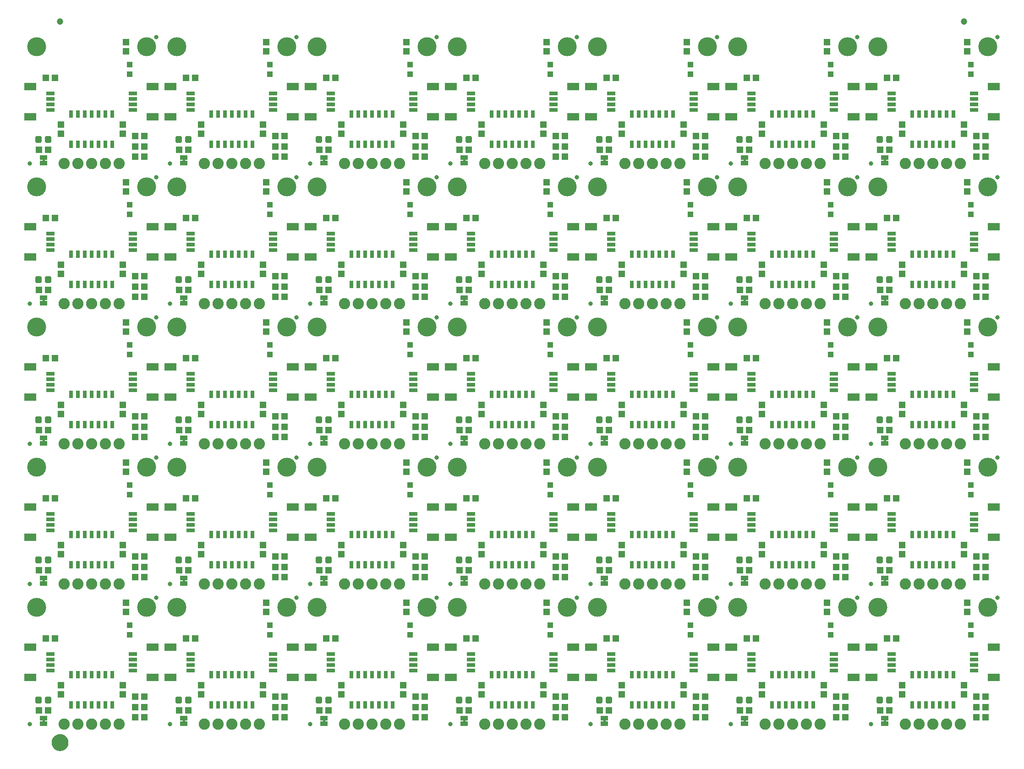
<source format=gts>
G04 EAGLE Gerber RS-274X export*
G75*
%MOMM*%
%FSLAX34Y34*%
%LPD*%
%INSoldermask Top*%
%IPPOS*%
%AMOC8*
5,1,8,0,0,1.08239X$1,22.5*%
G01*
%ADD10R,1.079500X1.079500*%
%ADD11R,2.203200X1.403200*%
%ADD12R,1.553200X0.803200*%
%ADD13C,0.838200*%
%ADD14C,2.082800*%
%ADD15R,1.203200X1.303200*%
%ADD16R,1.303200X1.203200*%
%ADD17R,0.803200X1.403200*%
%ADD18C,0.505344*%
%ADD19C,3.505200*%
%ADD20R,1.473200X0.863600*%
%ADD21C,1.203200*%
%ADD22C,1.270000*%
%ADD23C,1.703200*%

G36*
X1594550Y1052207D02*
X1594550Y1052207D01*
X1594616Y1052209D01*
X1594659Y1052227D01*
X1594706Y1052235D01*
X1594763Y1052269D01*
X1594823Y1052294D01*
X1594858Y1052325D01*
X1594899Y1052350D01*
X1594941Y1052401D01*
X1594989Y1052445D01*
X1595011Y1052487D01*
X1595040Y1052524D01*
X1595061Y1052586D01*
X1595092Y1052645D01*
X1595100Y1052699D01*
X1595112Y1052736D01*
X1595111Y1052776D01*
X1595119Y1052830D01*
X1595119Y1056640D01*
X1595108Y1056705D01*
X1595106Y1056771D01*
X1595088Y1056814D01*
X1595080Y1056861D01*
X1595046Y1056918D01*
X1595021Y1056978D01*
X1594990Y1057013D01*
X1594965Y1057054D01*
X1594914Y1057096D01*
X1594870Y1057144D01*
X1594828Y1057166D01*
X1594791Y1057195D01*
X1594729Y1057216D01*
X1594670Y1057247D01*
X1594616Y1057255D01*
X1594579Y1057267D01*
X1594539Y1057266D01*
X1594485Y1057274D01*
X1591945Y1057274D01*
X1591880Y1057263D01*
X1591814Y1057261D01*
X1591771Y1057243D01*
X1591724Y1057235D01*
X1591667Y1057201D01*
X1591607Y1057176D01*
X1591572Y1057145D01*
X1591531Y1057120D01*
X1591490Y1057069D01*
X1591441Y1057025D01*
X1591419Y1056983D01*
X1591390Y1056946D01*
X1591369Y1056884D01*
X1591338Y1056825D01*
X1591330Y1056771D01*
X1591318Y1056734D01*
X1591318Y1056730D01*
X1591318Y1056729D01*
X1591319Y1056694D01*
X1591311Y1056640D01*
X1591311Y1052830D01*
X1591322Y1052765D01*
X1591324Y1052699D01*
X1591342Y1052656D01*
X1591350Y1052609D01*
X1591384Y1052552D01*
X1591409Y1052492D01*
X1591440Y1052457D01*
X1591465Y1052416D01*
X1591516Y1052375D01*
X1591560Y1052326D01*
X1591602Y1052304D01*
X1591639Y1052275D01*
X1591701Y1052254D01*
X1591760Y1052223D01*
X1591814Y1052215D01*
X1591851Y1052203D01*
X1591891Y1052204D01*
X1591945Y1052196D01*
X1594485Y1052196D01*
X1594550Y1052207D01*
G37*
G36*
X1076390Y1052207D02*
X1076390Y1052207D01*
X1076456Y1052209D01*
X1076499Y1052227D01*
X1076546Y1052235D01*
X1076603Y1052269D01*
X1076663Y1052294D01*
X1076698Y1052325D01*
X1076739Y1052350D01*
X1076781Y1052401D01*
X1076829Y1052445D01*
X1076851Y1052487D01*
X1076880Y1052524D01*
X1076901Y1052586D01*
X1076932Y1052645D01*
X1076940Y1052699D01*
X1076952Y1052736D01*
X1076951Y1052776D01*
X1076959Y1052830D01*
X1076959Y1056640D01*
X1076948Y1056705D01*
X1076946Y1056771D01*
X1076928Y1056814D01*
X1076920Y1056861D01*
X1076886Y1056918D01*
X1076861Y1056978D01*
X1076830Y1057013D01*
X1076805Y1057054D01*
X1076754Y1057096D01*
X1076710Y1057144D01*
X1076668Y1057166D01*
X1076631Y1057195D01*
X1076569Y1057216D01*
X1076510Y1057247D01*
X1076456Y1057255D01*
X1076419Y1057267D01*
X1076379Y1057266D01*
X1076325Y1057274D01*
X1073785Y1057274D01*
X1073720Y1057263D01*
X1073654Y1057261D01*
X1073611Y1057243D01*
X1073564Y1057235D01*
X1073507Y1057201D01*
X1073447Y1057176D01*
X1073412Y1057145D01*
X1073371Y1057120D01*
X1073330Y1057069D01*
X1073281Y1057025D01*
X1073259Y1056983D01*
X1073230Y1056946D01*
X1073209Y1056884D01*
X1073178Y1056825D01*
X1073170Y1056771D01*
X1073158Y1056734D01*
X1073158Y1056730D01*
X1073158Y1056729D01*
X1073159Y1056694D01*
X1073151Y1056640D01*
X1073151Y1052830D01*
X1073162Y1052765D01*
X1073164Y1052699D01*
X1073182Y1052656D01*
X1073190Y1052609D01*
X1073224Y1052552D01*
X1073249Y1052492D01*
X1073280Y1052457D01*
X1073305Y1052416D01*
X1073356Y1052375D01*
X1073400Y1052326D01*
X1073442Y1052304D01*
X1073479Y1052275D01*
X1073541Y1052254D01*
X1073600Y1052223D01*
X1073654Y1052215D01*
X1073691Y1052203D01*
X1073731Y1052204D01*
X1073785Y1052196D01*
X1076325Y1052196D01*
X1076390Y1052207D01*
G37*
G36*
X299150Y1052207D02*
X299150Y1052207D01*
X299216Y1052209D01*
X299259Y1052227D01*
X299306Y1052235D01*
X299363Y1052269D01*
X299423Y1052294D01*
X299458Y1052325D01*
X299499Y1052350D01*
X299541Y1052401D01*
X299589Y1052445D01*
X299611Y1052487D01*
X299640Y1052524D01*
X299661Y1052586D01*
X299692Y1052645D01*
X299700Y1052699D01*
X299712Y1052736D01*
X299711Y1052776D01*
X299719Y1052830D01*
X299719Y1056640D01*
X299708Y1056705D01*
X299706Y1056771D01*
X299688Y1056814D01*
X299680Y1056861D01*
X299646Y1056918D01*
X299621Y1056978D01*
X299590Y1057013D01*
X299565Y1057054D01*
X299514Y1057096D01*
X299470Y1057144D01*
X299428Y1057166D01*
X299391Y1057195D01*
X299329Y1057216D01*
X299270Y1057247D01*
X299216Y1057255D01*
X299179Y1057267D01*
X299139Y1057266D01*
X299085Y1057274D01*
X296545Y1057274D01*
X296480Y1057263D01*
X296414Y1057261D01*
X296371Y1057243D01*
X296324Y1057235D01*
X296267Y1057201D01*
X296207Y1057176D01*
X296172Y1057145D01*
X296131Y1057120D01*
X296090Y1057069D01*
X296041Y1057025D01*
X296019Y1056983D01*
X295990Y1056946D01*
X295969Y1056884D01*
X295938Y1056825D01*
X295930Y1056771D01*
X295918Y1056734D01*
X295918Y1056730D01*
X295918Y1056729D01*
X295919Y1056694D01*
X295911Y1056640D01*
X295911Y1052830D01*
X295922Y1052765D01*
X295924Y1052699D01*
X295942Y1052656D01*
X295950Y1052609D01*
X295984Y1052552D01*
X296009Y1052492D01*
X296040Y1052457D01*
X296065Y1052416D01*
X296116Y1052375D01*
X296160Y1052326D01*
X296202Y1052304D01*
X296239Y1052275D01*
X296301Y1052254D01*
X296360Y1052223D01*
X296414Y1052215D01*
X296451Y1052203D01*
X296491Y1052204D01*
X296545Y1052196D01*
X299085Y1052196D01*
X299150Y1052207D01*
G37*
G36*
X817310Y1052207D02*
X817310Y1052207D01*
X817376Y1052209D01*
X817419Y1052227D01*
X817466Y1052235D01*
X817523Y1052269D01*
X817583Y1052294D01*
X817618Y1052325D01*
X817659Y1052350D01*
X817701Y1052401D01*
X817749Y1052445D01*
X817771Y1052487D01*
X817800Y1052524D01*
X817821Y1052586D01*
X817852Y1052645D01*
X817860Y1052699D01*
X817872Y1052736D01*
X817871Y1052776D01*
X817879Y1052830D01*
X817879Y1056640D01*
X817868Y1056705D01*
X817866Y1056771D01*
X817848Y1056814D01*
X817840Y1056861D01*
X817806Y1056918D01*
X817781Y1056978D01*
X817750Y1057013D01*
X817725Y1057054D01*
X817674Y1057096D01*
X817630Y1057144D01*
X817588Y1057166D01*
X817551Y1057195D01*
X817489Y1057216D01*
X817430Y1057247D01*
X817376Y1057255D01*
X817339Y1057267D01*
X817299Y1057266D01*
X817245Y1057274D01*
X814705Y1057274D01*
X814640Y1057263D01*
X814574Y1057261D01*
X814531Y1057243D01*
X814484Y1057235D01*
X814427Y1057201D01*
X814367Y1057176D01*
X814332Y1057145D01*
X814291Y1057120D01*
X814250Y1057069D01*
X814201Y1057025D01*
X814179Y1056983D01*
X814150Y1056946D01*
X814129Y1056884D01*
X814098Y1056825D01*
X814090Y1056771D01*
X814078Y1056734D01*
X814078Y1056730D01*
X814078Y1056729D01*
X814079Y1056694D01*
X814071Y1056640D01*
X814071Y1052830D01*
X814082Y1052765D01*
X814084Y1052699D01*
X814102Y1052656D01*
X814110Y1052609D01*
X814144Y1052552D01*
X814169Y1052492D01*
X814200Y1052457D01*
X814225Y1052416D01*
X814276Y1052375D01*
X814320Y1052326D01*
X814362Y1052304D01*
X814399Y1052275D01*
X814461Y1052254D01*
X814520Y1052223D01*
X814574Y1052215D01*
X814611Y1052203D01*
X814651Y1052204D01*
X814705Y1052196D01*
X817245Y1052196D01*
X817310Y1052207D01*
G37*
G36*
X558230Y1052207D02*
X558230Y1052207D01*
X558296Y1052209D01*
X558339Y1052227D01*
X558386Y1052235D01*
X558443Y1052269D01*
X558503Y1052294D01*
X558538Y1052325D01*
X558579Y1052350D01*
X558621Y1052401D01*
X558669Y1052445D01*
X558691Y1052487D01*
X558720Y1052524D01*
X558741Y1052586D01*
X558772Y1052645D01*
X558780Y1052699D01*
X558792Y1052736D01*
X558791Y1052776D01*
X558799Y1052830D01*
X558799Y1056640D01*
X558788Y1056705D01*
X558786Y1056771D01*
X558768Y1056814D01*
X558760Y1056861D01*
X558726Y1056918D01*
X558701Y1056978D01*
X558670Y1057013D01*
X558645Y1057054D01*
X558594Y1057096D01*
X558550Y1057144D01*
X558508Y1057166D01*
X558471Y1057195D01*
X558409Y1057216D01*
X558350Y1057247D01*
X558296Y1057255D01*
X558259Y1057267D01*
X558219Y1057266D01*
X558165Y1057274D01*
X555625Y1057274D01*
X555560Y1057263D01*
X555494Y1057261D01*
X555451Y1057243D01*
X555404Y1057235D01*
X555347Y1057201D01*
X555287Y1057176D01*
X555252Y1057145D01*
X555211Y1057120D01*
X555170Y1057069D01*
X555121Y1057025D01*
X555099Y1056983D01*
X555070Y1056946D01*
X555049Y1056884D01*
X555018Y1056825D01*
X555010Y1056771D01*
X554998Y1056734D01*
X554998Y1056730D01*
X554998Y1056729D01*
X554999Y1056694D01*
X554991Y1056640D01*
X554991Y1052830D01*
X555002Y1052765D01*
X555004Y1052699D01*
X555022Y1052656D01*
X555030Y1052609D01*
X555064Y1052552D01*
X555089Y1052492D01*
X555120Y1052457D01*
X555145Y1052416D01*
X555196Y1052375D01*
X555240Y1052326D01*
X555282Y1052304D01*
X555319Y1052275D01*
X555381Y1052254D01*
X555440Y1052223D01*
X555494Y1052215D01*
X555531Y1052203D01*
X555571Y1052204D01*
X555625Y1052196D01*
X558165Y1052196D01*
X558230Y1052207D01*
G37*
G36*
X40070Y1052207D02*
X40070Y1052207D01*
X40136Y1052209D01*
X40179Y1052227D01*
X40226Y1052235D01*
X40283Y1052269D01*
X40343Y1052294D01*
X40378Y1052325D01*
X40419Y1052350D01*
X40461Y1052401D01*
X40509Y1052445D01*
X40531Y1052487D01*
X40560Y1052524D01*
X40581Y1052586D01*
X40612Y1052645D01*
X40620Y1052699D01*
X40632Y1052736D01*
X40631Y1052776D01*
X40639Y1052830D01*
X40639Y1056640D01*
X40628Y1056705D01*
X40626Y1056771D01*
X40608Y1056814D01*
X40600Y1056861D01*
X40566Y1056918D01*
X40541Y1056978D01*
X40510Y1057013D01*
X40485Y1057054D01*
X40434Y1057096D01*
X40390Y1057144D01*
X40348Y1057166D01*
X40311Y1057195D01*
X40249Y1057216D01*
X40190Y1057247D01*
X40136Y1057255D01*
X40099Y1057267D01*
X40059Y1057266D01*
X40005Y1057274D01*
X37465Y1057274D01*
X37400Y1057263D01*
X37334Y1057261D01*
X37291Y1057243D01*
X37244Y1057235D01*
X37187Y1057201D01*
X37127Y1057176D01*
X37092Y1057145D01*
X37051Y1057120D01*
X37010Y1057069D01*
X36961Y1057025D01*
X36939Y1056983D01*
X36910Y1056946D01*
X36889Y1056884D01*
X36858Y1056825D01*
X36850Y1056771D01*
X36838Y1056734D01*
X36838Y1056730D01*
X36838Y1056729D01*
X36839Y1056694D01*
X36831Y1056640D01*
X36831Y1052830D01*
X36842Y1052765D01*
X36844Y1052699D01*
X36862Y1052656D01*
X36870Y1052609D01*
X36904Y1052552D01*
X36929Y1052492D01*
X36960Y1052457D01*
X36985Y1052416D01*
X37036Y1052375D01*
X37080Y1052326D01*
X37122Y1052304D01*
X37159Y1052275D01*
X37221Y1052254D01*
X37280Y1052223D01*
X37334Y1052215D01*
X37371Y1052203D01*
X37411Y1052204D01*
X37465Y1052196D01*
X40005Y1052196D01*
X40070Y1052207D01*
G37*
G36*
X1335470Y1052207D02*
X1335470Y1052207D01*
X1335536Y1052209D01*
X1335579Y1052227D01*
X1335626Y1052235D01*
X1335683Y1052269D01*
X1335743Y1052294D01*
X1335778Y1052325D01*
X1335819Y1052350D01*
X1335861Y1052401D01*
X1335909Y1052445D01*
X1335931Y1052487D01*
X1335960Y1052524D01*
X1335981Y1052586D01*
X1336012Y1052645D01*
X1336020Y1052699D01*
X1336032Y1052736D01*
X1336031Y1052776D01*
X1336039Y1052830D01*
X1336039Y1056640D01*
X1336028Y1056705D01*
X1336026Y1056771D01*
X1336008Y1056814D01*
X1336000Y1056861D01*
X1335966Y1056918D01*
X1335941Y1056978D01*
X1335910Y1057013D01*
X1335885Y1057054D01*
X1335834Y1057096D01*
X1335790Y1057144D01*
X1335748Y1057166D01*
X1335711Y1057195D01*
X1335649Y1057216D01*
X1335590Y1057247D01*
X1335536Y1057255D01*
X1335499Y1057267D01*
X1335459Y1057266D01*
X1335405Y1057274D01*
X1332865Y1057274D01*
X1332800Y1057263D01*
X1332734Y1057261D01*
X1332691Y1057243D01*
X1332644Y1057235D01*
X1332587Y1057201D01*
X1332527Y1057176D01*
X1332492Y1057145D01*
X1332451Y1057120D01*
X1332410Y1057069D01*
X1332361Y1057025D01*
X1332339Y1056983D01*
X1332310Y1056946D01*
X1332289Y1056884D01*
X1332258Y1056825D01*
X1332250Y1056771D01*
X1332238Y1056734D01*
X1332238Y1056730D01*
X1332238Y1056729D01*
X1332239Y1056694D01*
X1332231Y1056640D01*
X1332231Y1052830D01*
X1332242Y1052765D01*
X1332244Y1052699D01*
X1332262Y1052656D01*
X1332270Y1052609D01*
X1332304Y1052552D01*
X1332329Y1052492D01*
X1332360Y1052457D01*
X1332385Y1052416D01*
X1332436Y1052375D01*
X1332480Y1052326D01*
X1332522Y1052304D01*
X1332559Y1052275D01*
X1332621Y1052254D01*
X1332680Y1052223D01*
X1332734Y1052215D01*
X1332771Y1052203D01*
X1332811Y1052204D01*
X1332865Y1052196D01*
X1335405Y1052196D01*
X1335470Y1052207D01*
G37*
G36*
X40070Y793127D02*
X40070Y793127D01*
X40136Y793129D01*
X40179Y793147D01*
X40226Y793155D01*
X40283Y793189D01*
X40343Y793214D01*
X40378Y793245D01*
X40419Y793270D01*
X40461Y793321D01*
X40509Y793365D01*
X40531Y793407D01*
X40560Y793444D01*
X40581Y793506D01*
X40612Y793565D01*
X40620Y793619D01*
X40632Y793656D01*
X40631Y793696D01*
X40639Y793750D01*
X40639Y797560D01*
X40628Y797625D01*
X40626Y797691D01*
X40608Y797734D01*
X40600Y797781D01*
X40566Y797838D01*
X40541Y797898D01*
X40510Y797933D01*
X40485Y797974D01*
X40434Y798016D01*
X40390Y798064D01*
X40348Y798086D01*
X40311Y798115D01*
X40249Y798136D01*
X40190Y798167D01*
X40136Y798175D01*
X40099Y798187D01*
X40059Y798186D01*
X40005Y798194D01*
X37465Y798194D01*
X37400Y798183D01*
X37334Y798181D01*
X37291Y798163D01*
X37244Y798155D01*
X37187Y798121D01*
X37127Y798096D01*
X37092Y798065D01*
X37051Y798040D01*
X37010Y797989D01*
X36961Y797945D01*
X36939Y797903D01*
X36910Y797866D01*
X36889Y797804D01*
X36858Y797745D01*
X36850Y797691D01*
X36838Y797654D01*
X36838Y797650D01*
X36838Y797649D01*
X36839Y797614D01*
X36831Y797560D01*
X36831Y793750D01*
X36842Y793685D01*
X36844Y793619D01*
X36862Y793576D01*
X36870Y793529D01*
X36904Y793472D01*
X36929Y793412D01*
X36960Y793377D01*
X36985Y793336D01*
X37036Y793295D01*
X37080Y793246D01*
X37122Y793224D01*
X37159Y793195D01*
X37221Y793174D01*
X37280Y793143D01*
X37334Y793135D01*
X37371Y793123D01*
X37411Y793124D01*
X37465Y793116D01*
X40005Y793116D01*
X40070Y793127D01*
G37*
G36*
X558230Y793127D02*
X558230Y793127D01*
X558296Y793129D01*
X558339Y793147D01*
X558386Y793155D01*
X558443Y793189D01*
X558503Y793214D01*
X558538Y793245D01*
X558579Y793270D01*
X558621Y793321D01*
X558669Y793365D01*
X558691Y793407D01*
X558720Y793444D01*
X558741Y793506D01*
X558772Y793565D01*
X558780Y793619D01*
X558792Y793656D01*
X558791Y793696D01*
X558799Y793750D01*
X558799Y797560D01*
X558788Y797625D01*
X558786Y797691D01*
X558768Y797734D01*
X558760Y797781D01*
X558726Y797838D01*
X558701Y797898D01*
X558670Y797933D01*
X558645Y797974D01*
X558594Y798016D01*
X558550Y798064D01*
X558508Y798086D01*
X558471Y798115D01*
X558409Y798136D01*
X558350Y798167D01*
X558296Y798175D01*
X558259Y798187D01*
X558219Y798186D01*
X558165Y798194D01*
X555625Y798194D01*
X555560Y798183D01*
X555494Y798181D01*
X555451Y798163D01*
X555404Y798155D01*
X555347Y798121D01*
X555287Y798096D01*
X555252Y798065D01*
X555211Y798040D01*
X555170Y797989D01*
X555121Y797945D01*
X555099Y797903D01*
X555070Y797866D01*
X555049Y797804D01*
X555018Y797745D01*
X555010Y797691D01*
X554998Y797654D01*
X554998Y797650D01*
X554998Y797649D01*
X554999Y797614D01*
X554991Y797560D01*
X554991Y793750D01*
X555002Y793685D01*
X555004Y793619D01*
X555022Y793576D01*
X555030Y793529D01*
X555064Y793472D01*
X555089Y793412D01*
X555120Y793377D01*
X555145Y793336D01*
X555196Y793295D01*
X555240Y793246D01*
X555282Y793224D01*
X555319Y793195D01*
X555381Y793174D01*
X555440Y793143D01*
X555494Y793135D01*
X555531Y793123D01*
X555571Y793124D01*
X555625Y793116D01*
X558165Y793116D01*
X558230Y793127D01*
G37*
G36*
X299150Y793127D02*
X299150Y793127D01*
X299216Y793129D01*
X299259Y793147D01*
X299306Y793155D01*
X299363Y793189D01*
X299423Y793214D01*
X299458Y793245D01*
X299499Y793270D01*
X299541Y793321D01*
X299589Y793365D01*
X299611Y793407D01*
X299640Y793444D01*
X299661Y793506D01*
X299692Y793565D01*
X299700Y793619D01*
X299712Y793656D01*
X299711Y793696D01*
X299719Y793750D01*
X299719Y797560D01*
X299708Y797625D01*
X299706Y797691D01*
X299688Y797734D01*
X299680Y797781D01*
X299646Y797838D01*
X299621Y797898D01*
X299590Y797933D01*
X299565Y797974D01*
X299514Y798016D01*
X299470Y798064D01*
X299428Y798086D01*
X299391Y798115D01*
X299329Y798136D01*
X299270Y798167D01*
X299216Y798175D01*
X299179Y798187D01*
X299139Y798186D01*
X299085Y798194D01*
X296545Y798194D01*
X296480Y798183D01*
X296414Y798181D01*
X296371Y798163D01*
X296324Y798155D01*
X296267Y798121D01*
X296207Y798096D01*
X296172Y798065D01*
X296131Y798040D01*
X296090Y797989D01*
X296041Y797945D01*
X296019Y797903D01*
X295990Y797866D01*
X295969Y797804D01*
X295938Y797745D01*
X295930Y797691D01*
X295918Y797654D01*
X295918Y797650D01*
X295918Y797649D01*
X295919Y797614D01*
X295911Y797560D01*
X295911Y793750D01*
X295922Y793685D01*
X295924Y793619D01*
X295942Y793576D01*
X295950Y793529D01*
X295984Y793472D01*
X296009Y793412D01*
X296040Y793377D01*
X296065Y793336D01*
X296116Y793295D01*
X296160Y793246D01*
X296202Y793224D01*
X296239Y793195D01*
X296301Y793174D01*
X296360Y793143D01*
X296414Y793135D01*
X296451Y793123D01*
X296491Y793124D01*
X296545Y793116D01*
X299085Y793116D01*
X299150Y793127D01*
G37*
G36*
X817310Y793127D02*
X817310Y793127D01*
X817376Y793129D01*
X817419Y793147D01*
X817466Y793155D01*
X817523Y793189D01*
X817583Y793214D01*
X817618Y793245D01*
X817659Y793270D01*
X817701Y793321D01*
X817749Y793365D01*
X817771Y793407D01*
X817800Y793444D01*
X817821Y793506D01*
X817852Y793565D01*
X817860Y793619D01*
X817872Y793656D01*
X817871Y793696D01*
X817879Y793750D01*
X817879Y797560D01*
X817868Y797625D01*
X817866Y797691D01*
X817848Y797734D01*
X817840Y797781D01*
X817806Y797838D01*
X817781Y797898D01*
X817750Y797933D01*
X817725Y797974D01*
X817674Y798016D01*
X817630Y798064D01*
X817588Y798086D01*
X817551Y798115D01*
X817489Y798136D01*
X817430Y798167D01*
X817376Y798175D01*
X817339Y798187D01*
X817299Y798186D01*
X817245Y798194D01*
X814705Y798194D01*
X814640Y798183D01*
X814574Y798181D01*
X814531Y798163D01*
X814484Y798155D01*
X814427Y798121D01*
X814367Y798096D01*
X814332Y798065D01*
X814291Y798040D01*
X814250Y797989D01*
X814201Y797945D01*
X814179Y797903D01*
X814150Y797866D01*
X814129Y797804D01*
X814098Y797745D01*
X814090Y797691D01*
X814078Y797654D01*
X814078Y797650D01*
X814078Y797649D01*
X814079Y797614D01*
X814071Y797560D01*
X814071Y793750D01*
X814082Y793685D01*
X814084Y793619D01*
X814102Y793576D01*
X814110Y793529D01*
X814144Y793472D01*
X814169Y793412D01*
X814200Y793377D01*
X814225Y793336D01*
X814276Y793295D01*
X814320Y793246D01*
X814362Y793224D01*
X814399Y793195D01*
X814461Y793174D01*
X814520Y793143D01*
X814574Y793135D01*
X814611Y793123D01*
X814651Y793124D01*
X814705Y793116D01*
X817245Y793116D01*
X817310Y793127D01*
G37*
G36*
X1594550Y793127D02*
X1594550Y793127D01*
X1594616Y793129D01*
X1594659Y793147D01*
X1594706Y793155D01*
X1594763Y793189D01*
X1594823Y793214D01*
X1594858Y793245D01*
X1594899Y793270D01*
X1594941Y793321D01*
X1594989Y793365D01*
X1595011Y793407D01*
X1595040Y793444D01*
X1595061Y793506D01*
X1595092Y793565D01*
X1595100Y793619D01*
X1595112Y793656D01*
X1595111Y793696D01*
X1595119Y793750D01*
X1595119Y797560D01*
X1595108Y797625D01*
X1595106Y797691D01*
X1595088Y797734D01*
X1595080Y797781D01*
X1595046Y797838D01*
X1595021Y797898D01*
X1594990Y797933D01*
X1594965Y797974D01*
X1594914Y798016D01*
X1594870Y798064D01*
X1594828Y798086D01*
X1594791Y798115D01*
X1594729Y798136D01*
X1594670Y798167D01*
X1594616Y798175D01*
X1594579Y798187D01*
X1594539Y798186D01*
X1594485Y798194D01*
X1591945Y798194D01*
X1591880Y798183D01*
X1591814Y798181D01*
X1591771Y798163D01*
X1591724Y798155D01*
X1591667Y798121D01*
X1591607Y798096D01*
X1591572Y798065D01*
X1591531Y798040D01*
X1591490Y797989D01*
X1591441Y797945D01*
X1591419Y797903D01*
X1591390Y797866D01*
X1591369Y797804D01*
X1591338Y797745D01*
X1591330Y797691D01*
X1591318Y797654D01*
X1591318Y797650D01*
X1591318Y797649D01*
X1591319Y797614D01*
X1591311Y797560D01*
X1591311Y793750D01*
X1591322Y793685D01*
X1591324Y793619D01*
X1591342Y793576D01*
X1591350Y793529D01*
X1591384Y793472D01*
X1591409Y793412D01*
X1591440Y793377D01*
X1591465Y793336D01*
X1591516Y793295D01*
X1591560Y793246D01*
X1591602Y793224D01*
X1591639Y793195D01*
X1591701Y793174D01*
X1591760Y793143D01*
X1591814Y793135D01*
X1591851Y793123D01*
X1591891Y793124D01*
X1591945Y793116D01*
X1594485Y793116D01*
X1594550Y793127D01*
G37*
G36*
X1076390Y793127D02*
X1076390Y793127D01*
X1076456Y793129D01*
X1076499Y793147D01*
X1076546Y793155D01*
X1076603Y793189D01*
X1076663Y793214D01*
X1076698Y793245D01*
X1076739Y793270D01*
X1076781Y793321D01*
X1076829Y793365D01*
X1076851Y793407D01*
X1076880Y793444D01*
X1076901Y793506D01*
X1076932Y793565D01*
X1076940Y793619D01*
X1076952Y793656D01*
X1076951Y793696D01*
X1076959Y793750D01*
X1076959Y797560D01*
X1076948Y797625D01*
X1076946Y797691D01*
X1076928Y797734D01*
X1076920Y797781D01*
X1076886Y797838D01*
X1076861Y797898D01*
X1076830Y797933D01*
X1076805Y797974D01*
X1076754Y798016D01*
X1076710Y798064D01*
X1076668Y798086D01*
X1076631Y798115D01*
X1076569Y798136D01*
X1076510Y798167D01*
X1076456Y798175D01*
X1076419Y798187D01*
X1076379Y798186D01*
X1076325Y798194D01*
X1073785Y798194D01*
X1073720Y798183D01*
X1073654Y798181D01*
X1073611Y798163D01*
X1073564Y798155D01*
X1073507Y798121D01*
X1073447Y798096D01*
X1073412Y798065D01*
X1073371Y798040D01*
X1073330Y797989D01*
X1073281Y797945D01*
X1073259Y797903D01*
X1073230Y797866D01*
X1073209Y797804D01*
X1073178Y797745D01*
X1073170Y797691D01*
X1073158Y797654D01*
X1073158Y797650D01*
X1073158Y797649D01*
X1073159Y797614D01*
X1073151Y797560D01*
X1073151Y793750D01*
X1073162Y793685D01*
X1073164Y793619D01*
X1073182Y793576D01*
X1073190Y793529D01*
X1073224Y793472D01*
X1073249Y793412D01*
X1073280Y793377D01*
X1073305Y793336D01*
X1073356Y793295D01*
X1073400Y793246D01*
X1073442Y793224D01*
X1073479Y793195D01*
X1073541Y793174D01*
X1073600Y793143D01*
X1073654Y793135D01*
X1073691Y793123D01*
X1073731Y793124D01*
X1073785Y793116D01*
X1076325Y793116D01*
X1076390Y793127D01*
G37*
G36*
X1335470Y793127D02*
X1335470Y793127D01*
X1335536Y793129D01*
X1335579Y793147D01*
X1335626Y793155D01*
X1335683Y793189D01*
X1335743Y793214D01*
X1335778Y793245D01*
X1335819Y793270D01*
X1335861Y793321D01*
X1335909Y793365D01*
X1335931Y793407D01*
X1335960Y793444D01*
X1335981Y793506D01*
X1336012Y793565D01*
X1336020Y793619D01*
X1336032Y793656D01*
X1336031Y793696D01*
X1336039Y793750D01*
X1336039Y797560D01*
X1336028Y797625D01*
X1336026Y797691D01*
X1336008Y797734D01*
X1336000Y797781D01*
X1335966Y797838D01*
X1335941Y797898D01*
X1335910Y797933D01*
X1335885Y797974D01*
X1335834Y798016D01*
X1335790Y798064D01*
X1335748Y798086D01*
X1335711Y798115D01*
X1335649Y798136D01*
X1335590Y798167D01*
X1335536Y798175D01*
X1335499Y798187D01*
X1335459Y798186D01*
X1335405Y798194D01*
X1332865Y798194D01*
X1332800Y798183D01*
X1332734Y798181D01*
X1332691Y798163D01*
X1332644Y798155D01*
X1332587Y798121D01*
X1332527Y798096D01*
X1332492Y798065D01*
X1332451Y798040D01*
X1332410Y797989D01*
X1332361Y797945D01*
X1332339Y797903D01*
X1332310Y797866D01*
X1332289Y797804D01*
X1332258Y797745D01*
X1332250Y797691D01*
X1332238Y797654D01*
X1332238Y797650D01*
X1332238Y797649D01*
X1332239Y797614D01*
X1332231Y797560D01*
X1332231Y793750D01*
X1332242Y793685D01*
X1332244Y793619D01*
X1332262Y793576D01*
X1332270Y793529D01*
X1332304Y793472D01*
X1332329Y793412D01*
X1332360Y793377D01*
X1332385Y793336D01*
X1332436Y793295D01*
X1332480Y793246D01*
X1332522Y793224D01*
X1332559Y793195D01*
X1332621Y793174D01*
X1332680Y793143D01*
X1332734Y793135D01*
X1332771Y793123D01*
X1332811Y793124D01*
X1332865Y793116D01*
X1335405Y793116D01*
X1335470Y793127D01*
G37*
G36*
X299150Y534047D02*
X299150Y534047D01*
X299216Y534049D01*
X299259Y534067D01*
X299306Y534075D01*
X299363Y534109D01*
X299423Y534134D01*
X299458Y534165D01*
X299499Y534190D01*
X299541Y534241D01*
X299589Y534285D01*
X299611Y534327D01*
X299640Y534364D01*
X299661Y534426D01*
X299692Y534485D01*
X299700Y534539D01*
X299712Y534576D01*
X299711Y534616D01*
X299719Y534670D01*
X299719Y538480D01*
X299708Y538545D01*
X299706Y538611D01*
X299688Y538654D01*
X299680Y538701D01*
X299646Y538758D01*
X299621Y538818D01*
X299590Y538853D01*
X299565Y538894D01*
X299514Y538936D01*
X299470Y538984D01*
X299428Y539006D01*
X299391Y539035D01*
X299329Y539056D01*
X299270Y539087D01*
X299216Y539095D01*
X299179Y539107D01*
X299139Y539106D01*
X299085Y539114D01*
X296545Y539114D01*
X296480Y539103D01*
X296414Y539101D01*
X296371Y539083D01*
X296324Y539075D01*
X296267Y539041D01*
X296207Y539016D01*
X296172Y538985D01*
X296131Y538960D01*
X296090Y538909D01*
X296041Y538865D01*
X296019Y538823D01*
X295990Y538786D01*
X295969Y538724D01*
X295938Y538665D01*
X295930Y538611D01*
X295918Y538574D01*
X295918Y538570D01*
X295918Y538569D01*
X295919Y538534D01*
X295911Y538480D01*
X295911Y534670D01*
X295922Y534605D01*
X295924Y534539D01*
X295942Y534496D01*
X295950Y534449D01*
X295984Y534392D01*
X296009Y534332D01*
X296040Y534297D01*
X296065Y534256D01*
X296116Y534215D01*
X296160Y534166D01*
X296202Y534144D01*
X296239Y534115D01*
X296301Y534094D01*
X296360Y534063D01*
X296414Y534055D01*
X296451Y534043D01*
X296491Y534044D01*
X296545Y534036D01*
X299085Y534036D01*
X299150Y534047D01*
G37*
G36*
X1335470Y534047D02*
X1335470Y534047D01*
X1335536Y534049D01*
X1335579Y534067D01*
X1335626Y534075D01*
X1335683Y534109D01*
X1335743Y534134D01*
X1335778Y534165D01*
X1335819Y534190D01*
X1335861Y534241D01*
X1335909Y534285D01*
X1335931Y534327D01*
X1335960Y534364D01*
X1335981Y534426D01*
X1336012Y534485D01*
X1336020Y534539D01*
X1336032Y534576D01*
X1336031Y534616D01*
X1336039Y534670D01*
X1336039Y538480D01*
X1336028Y538545D01*
X1336026Y538611D01*
X1336008Y538654D01*
X1336000Y538701D01*
X1335966Y538758D01*
X1335941Y538818D01*
X1335910Y538853D01*
X1335885Y538894D01*
X1335834Y538936D01*
X1335790Y538984D01*
X1335748Y539006D01*
X1335711Y539035D01*
X1335649Y539056D01*
X1335590Y539087D01*
X1335536Y539095D01*
X1335499Y539107D01*
X1335459Y539106D01*
X1335405Y539114D01*
X1332865Y539114D01*
X1332800Y539103D01*
X1332734Y539101D01*
X1332691Y539083D01*
X1332644Y539075D01*
X1332587Y539041D01*
X1332527Y539016D01*
X1332492Y538985D01*
X1332451Y538960D01*
X1332410Y538909D01*
X1332361Y538865D01*
X1332339Y538823D01*
X1332310Y538786D01*
X1332289Y538724D01*
X1332258Y538665D01*
X1332250Y538611D01*
X1332238Y538574D01*
X1332238Y538570D01*
X1332238Y538569D01*
X1332239Y538534D01*
X1332231Y538480D01*
X1332231Y534670D01*
X1332242Y534605D01*
X1332244Y534539D01*
X1332262Y534496D01*
X1332270Y534449D01*
X1332304Y534392D01*
X1332329Y534332D01*
X1332360Y534297D01*
X1332385Y534256D01*
X1332436Y534215D01*
X1332480Y534166D01*
X1332522Y534144D01*
X1332559Y534115D01*
X1332621Y534094D01*
X1332680Y534063D01*
X1332734Y534055D01*
X1332771Y534043D01*
X1332811Y534044D01*
X1332865Y534036D01*
X1335405Y534036D01*
X1335470Y534047D01*
G37*
G36*
X1076390Y534047D02*
X1076390Y534047D01*
X1076456Y534049D01*
X1076499Y534067D01*
X1076546Y534075D01*
X1076603Y534109D01*
X1076663Y534134D01*
X1076698Y534165D01*
X1076739Y534190D01*
X1076781Y534241D01*
X1076829Y534285D01*
X1076851Y534327D01*
X1076880Y534364D01*
X1076901Y534426D01*
X1076932Y534485D01*
X1076940Y534539D01*
X1076952Y534576D01*
X1076951Y534616D01*
X1076959Y534670D01*
X1076959Y538480D01*
X1076948Y538545D01*
X1076946Y538611D01*
X1076928Y538654D01*
X1076920Y538701D01*
X1076886Y538758D01*
X1076861Y538818D01*
X1076830Y538853D01*
X1076805Y538894D01*
X1076754Y538936D01*
X1076710Y538984D01*
X1076668Y539006D01*
X1076631Y539035D01*
X1076569Y539056D01*
X1076510Y539087D01*
X1076456Y539095D01*
X1076419Y539107D01*
X1076379Y539106D01*
X1076325Y539114D01*
X1073785Y539114D01*
X1073720Y539103D01*
X1073654Y539101D01*
X1073611Y539083D01*
X1073564Y539075D01*
X1073507Y539041D01*
X1073447Y539016D01*
X1073412Y538985D01*
X1073371Y538960D01*
X1073330Y538909D01*
X1073281Y538865D01*
X1073259Y538823D01*
X1073230Y538786D01*
X1073209Y538724D01*
X1073178Y538665D01*
X1073170Y538611D01*
X1073158Y538574D01*
X1073158Y538570D01*
X1073158Y538569D01*
X1073159Y538534D01*
X1073151Y538480D01*
X1073151Y534670D01*
X1073162Y534605D01*
X1073164Y534539D01*
X1073182Y534496D01*
X1073190Y534449D01*
X1073224Y534392D01*
X1073249Y534332D01*
X1073280Y534297D01*
X1073305Y534256D01*
X1073356Y534215D01*
X1073400Y534166D01*
X1073442Y534144D01*
X1073479Y534115D01*
X1073541Y534094D01*
X1073600Y534063D01*
X1073654Y534055D01*
X1073691Y534043D01*
X1073731Y534044D01*
X1073785Y534036D01*
X1076325Y534036D01*
X1076390Y534047D01*
G37*
G36*
X558230Y534047D02*
X558230Y534047D01*
X558296Y534049D01*
X558339Y534067D01*
X558386Y534075D01*
X558443Y534109D01*
X558503Y534134D01*
X558538Y534165D01*
X558579Y534190D01*
X558621Y534241D01*
X558669Y534285D01*
X558691Y534327D01*
X558720Y534364D01*
X558741Y534426D01*
X558772Y534485D01*
X558780Y534539D01*
X558792Y534576D01*
X558791Y534616D01*
X558799Y534670D01*
X558799Y538480D01*
X558788Y538545D01*
X558786Y538611D01*
X558768Y538654D01*
X558760Y538701D01*
X558726Y538758D01*
X558701Y538818D01*
X558670Y538853D01*
X558645Y538894D01*
X558594Y538936D01*
X558550Y538984D01*
X558508Y539006D01*
X558471Y539035D01*
X558409Y539056D01*
X558350Y539087D01*
X558296Y539095D01*
X558259Y539107D01*
X558219Y539106D01*
X558165Y539114D01*
X555625Y539114D01*
X555560Y539103D01*
X555494Y539101D01*
X555451Y539083D01*
X555404Y539075D01*
X555347Y539041D01*
X555287Y539016D01*
X555252Y538985D01*
X555211Y538960D01*
X555170Y538909D01*
X555121Y538865D01*
X555099Y538823D01*
X555070Y538786D01*
X555049Y538724D01*
X555018Y538665D01*
X555010Y538611D01*
X554998Y538574D01*
X554998Y538570D01*
X554998Y538569D01*
X554999Y538534D01*
X554991Y538480D01*
X554991Y534670D01*
X555002Y534605D01*
X555004Y534539D01*
X555022Y534496D01*
X555030Y534449D01*
X555064Y534392D01*
X555089Y534332D01*
X555120Y534297D01*
X555145Y534256D01*
X555196Y534215D01*
X555240Y534166D01*
X555282Y534144D01*
X555319Y534115D01*
X555381Y534094D01*
X555440Y534063D01*
X555494Y534055D01*
X555531Y534043D01*
X555571Y534044D01*
X555625Y534036D01*
X558165Y534036D01*
X558230Y534047D01*
G37*
G36*
X817310Y534047D02*
X817310Y534047D01*
X817376Y534049D01*
X817419Y534067D01*
X817466Y534075D01*
X817523Y534109D01*
X817583Y534134D01*
X817618Y534165D01*
X817659Y534190D01*
X817701Y534241D01*
X817749Y534285D01*
X817771Y534327D01*
X817800Y534364D01*
X817821Y534426D01*
X817852Y534485D01*
X817860Y534539D01*
X817872Y534576D01*
X817871Y534616D01*
X817879Y534670D01*
X817879Y538480D01*
X817868Y538545D01*
X817866Y538611D01*
X817848Y538654D01*
X817840Y538701D01*
X817806Y538758D01*
X817781Y538818D01*
X817750Y538853D01*
X817725Y538894D01*
X817674Y538936D01*
X817630Y538984D01*
X817588Y539006D01*
X817551Y539035D01*
X817489Y539056D01*
X817430Y539087D01*
X817376Y539095D01*
X817339Y539107D01*
X817299Y539106D01*
X817245Y539114D01*
X814705Y539114D01*
X814640Y539103D01*
X814574Y539101D01*
X814531Y539083D01*
X814484Y539075D01*
X814427Y539041D01*
X814367Y539016D01*
X814332Y538985D01*
X814291Y538960D01*
X814250Y538909D01*
X814201Y538865D01*
X814179Y538823D01*
X814150Y538786D01*
X814129Y538724D01*
X814098Y538665D01*
X814090Y538611D01*
X814078Y538574D01*
X814078Y538570D01*
X814078Y538569D01*
X814079Y538534D01*
X814071Y538480D01*
X814071Y534670D01*
X814082Y534605D01*
X814084Y534539D01*
X814102Y534496D01*
X814110Y534449D01*
X814144Y534392D01*
X814169Y534332D01*
X814200Y534297D01*
X814225Y534256D01*
X814276Y534215D01*
X814320Y534166D01*
X814362Y534144D01*
X814399Y534115D01*
X814461Y534094D01*
X814520Y534063D01*
X814574Y534055D01*
X814611Y534043D01*
X814651Y534044D01*
X814705Y534036D01*
X817245Y534036D01*
X817310Y534047D01*
G37*
G36*
X40070Y534047D02*
X40070Y534047D01*
X40136Y534049D01*
X40179Y534067D01*
X40226Y534075D01*
X40283Y534109D01*
X40343Y534134D01*
X40378Y534165D01*
X40419Y534190D01*
X40461Y534241D01*
X40509Y534285D01*
X40531Y534327D01*
X40560Y534364D01*
X40581Y534426D01*
X40612Y534485D01*
X40620Y534539D01*
X40632Y534576D01*
X40631Y534616D01*
X40639Y534670D01*
X40639Y538480D01*
X40628Y538545D01*
X40626Y538611D01*
X40608Y538654D01*
X40600Y538701D01*
X40566Y538758D01*
X40541Y538818D01*
X40510Y538853D01*
X40485Y538894D01*
X40434Y538936D01*
X40390Y538984D01*
X40348Y539006D01*
X40311Y539035D01*
X40249Y539056D01*
X40190Y539087D01*
X40136Y539095D01*
X40099Y539107D01*
X40059Y539106D01*
X40005Y539114D01*
X37465Y539114D01*
X37400Y539103D01*
X37334Y539101D01*
X37291Y539083D01*
X37244Y539075D01*
X37187Y539041D01*
X37127Y539016D01*
X37092Y538985D01*
X37051Y538960D01*
X37010Y538909D01*
X36961Y538865D01*
X36939Y538823D01*
X36910Y538786D01*
X36889Y538724D01*
X36858Y538665D01*
X36850Y538611D01*
X36838Y538574D01*
X36838Y538570D01*
X36838Y538569D01*
X36839Y538534D01*
X36831Y538480D01*
X36831Y534670D01*
X36842Y534605D01*
X36844Y534539D01*
X36862Y534496D01*
X36870Y534449D01*
X36904Y534392D01*
X36929Y534332D01*
X36960Y534297D01*
X36985Y534256D01*
X37036Y534215D01*
X37080Y534166D01*
X37122Y534144D01*
X37159Y534115D01*
X37221Y534094D01*
X37280Y534063D01*
X37334Y534055D01*
X37371Y534043D01*
X37411Y534044D01*
X37465Y534036D01*
X40005Y534036D01*
X40070Y534047D01*
G37*
G36*
X1594550Y534047D02*
X1594550Y534047D01*
X1594616Y534049D01*
X1594659Y534067D01*
X1594706Y534075D01*
X1594763Y534109D01*
X1594823Y534134D01*
X1594858Y534165D01*
X1594899Y534190D01*
X1594941Y534241D01*
X1594989Y534285D01*
X1595011Y534327D01*
X1595040Y534364D01*
X1595061Y534426D01*
X1595092Y534485D01*
X1595100Y534539D01*
X1595112Y534576D01*
X1595111Y534616D01*
X1595119Y534670D01*
X1595119Y538480D01*
X1595108Y538545D01*
X1595106Y538611D01*
X1595088Y538654D01*
X1595080Y538701D01*
X1595046Y538758D01*
X1595021Y538818D01*
X1594990Y538853D01*
X1594965Y538894D01*
X1594914Y538936D01*
X1594870Y538984D01*
X1594828Y539006D01*
X1594791Y539035D01*
X1594729Y539056D01*
X1594670Y539087D01*
X1594616Y539095D01*
X1594579Y539107D01*
X1594539Y539106D01*
X1594485Y539114D01*
X1591945Y539114D01*
X1591880Y539103D01*
X1591814Y539101D01*
X1591771Y539083D01*
X1591724Y539075D01*
X1591667Y539041D01*
X1591607Y539016D01*
X1591572Y538985D01*
X1591531Y538960D01*
X1591490Y538909D01*
X1591441Y538865D01*
X1591419Y538823D01*
X1591390Y538786D01*
X1591369Y538724D01*
X1591338Y538665D01*
X1591330Y538611D01*
X1591318Y538574D01*
X1591318Y538570D01*
X1591318Y538569D01*
X1591319Y538534D01*
X1591311Y538480D01*
X1591311Y534670D01*
X1591322Y534605D01*
X1591324Y534539D01*
X1591342Y534496D01*
X1591350Y534449D01*
X1591384Y534392D01*
X1591409Y534332D01*
X1591440Y534297D01*
X1591465Y534256D01*
X1591516Y534215D01*
X1591560Y534166D01*
X1591602Y534144D01*
X1591639Y534115D01*
X1591701Y534094D01*
X1591760Y534063D01*
X1591814Y534055D01*
X1591851Y534043D01*
X1591891Y534044D01*
X1591945Y534036D01*
X1594485Y534036D01*
X1594550Y534047D01*
G37*
G36*
X1335470Y274967D02*
X1335470Y274967D01*
X1335536Y274969D01*
X1335579Y274987D01*
X1335626Y274995D01*
X1335683Y275029D01*
X1335743Y275054D01*
X1335778Y275085D01*
X1335819Y275110D01*
X1335861Y275161D01*
X1335909Y275205D01*
X1335931Y275247D01*
X1335960Y275284D01*
X1335981Y275346D01*
X1336012Y275405D01*
X1336020Y275459D01*
X1336032Y275496D01*
X1336031Y275536D01*
X1336039Y275590D01*
X1336039Y279400D01*
X1336028Y279465D01*
X1336026Y279531D01*
X1336008Y279574D01*
X1336000Y279621D01*
X1335966Y279678D01*
X1335941Y279738D01*
X1335910Y279773D01*
X1335885Y279814D01*
X1335834Y279856D01*
X1335790Y279904D01*
X1335748Y279926D01*
X1335711Y279955D01*
X1335649Y279976D01*
X1335590Y280007D01*
X1335536Y280015D01*
X1335499Y280027D01*
X1335459Y280026D01*
X1335405Y280034D01*
X1332865Y280034D01*
X1332800Y280023D01*
X1332734Y280021D01*
X1332691Y280003D01*
X1332644Y279995D01*
X1332587Y279961D01*
X1332527Y279936D01*
X1332492Y279905D01*
X1332451Y279880D01*
X1332410Y279829D01*
X1332361Y279785D01*
X1332339Y279743D01*
X1332310Y279706D01*
X1332289Y279644D01*
X1332258Y279585D01*
X1332250Y279531D01*
X1332238Y279494D01*
X1332238Y279490D01*
X1332238Y279489D01*
X1332239Y279454D01*
X1332231Y279400D01*
X1332231Y275590D01*
X1332242Y275525D01*
X1332244Y275459D01*
X1332262Y275416D01*
X1332270Y275369D01*
X1332304Y275312D01*
X1332329Y275252D01*
X1332360Y275217D01*
X1332385Y275176D01*
X1332436Y275135D01*
X1332480Y275086D01*
X1332522Y275064D01*
X1332559Y275035D01*
X1332621Y275014D01*
X1332680Y274983D01*
X1332734Y274975D01*
X1332771Y274963D01*
X1332811Y274964D01*
X1332865Y274956D01*
X1335405Y274956D01*
X1335470Y274967D01*
G37*
G36*
X299150Y274967D02*
X299150Y274967D01*
X299216Y274969D01*
X299259Y274987D01*
X299306Y274995D01*
X299363Y275029D01*
X299423Y275054D01*
X299458Y275085D01*
X299499Y275110D01*
X299541Y275161D01*
X299589Y275205D01*
X299611Y275247D01*
X299640Y275284D01*
X299661Y275346D01*
X299692Y275405D01*
X299700Y275459D01*
X299712Y275496D01*
X299711Y275536D01*
X299719Y275590D01*
X299719Y279400D01*
X299708Y279465D01*
X299706Y279531D01*
X299688Y279574D01*
X299680Y279621D01*
X299646Y279678D01*
X299621Y279738D01*
X299590Y279773D01*
X299565Y279814D01*
X299514Y279856D01*
X299470Y279904D01*
X299428Y279926D01*
X299391Y279955D01*
X299329Y279976D01*
X299270Y280007D01*
X299216Y280015D01*
X299179Y280027D01*
X299139Y280026D01*
X299085Y280034D01*
X296545Y280034D01*
X296480Y280023D01*
X296414Y280021D01*
X296371Y280003D01*
X296324Y279995D01*
X296267Y279961D01*
X296207Y279936D01*
X296172Y279905D01*
X296131Y279880D01*
X296090Y279829D01*
X296041Y279785D01*
X296019Y279743D01*
X295990Y279706D01*
X295969Y279644D01*
X295938Y279585D01*
X295930Y279531D01*
X295918Y279494D01*
X295918Y279490D01*
X295918Y279489D01*
X295919Y279454D01*
X295911Y279400D01*
X295911Y275590D01*
X295922Y275525D01*
X295924Y275459D01*
X295942Y275416D01*
X295950Y275369D01*
X295984Y275312D01*
X296009Y275252D01*
X296040Y275217D01*
X296065Y275176D01*
X296116Y275135D01*
X296160Y275086D01*
X296202Y275064D01*
X296239Y275035D01*
X296301Y275014D01*
X296360Y274983D01*
X296414Y274975D01*
X296451Y274963D01*
X296491Y274964D01*
X296545Y274956D01*
X299085Y274956D01*
X299150Y274967D01*
G37*
G36*
X817310Y274967D02*
X817310Y274967D01*
X817376Y274969D01*
X817419Y274987D01*
X817466Y274995D01*
X817523Y275029D01*
X817583Y275054D01*
X817618Y275085D01*
X817659Y275110D01*
X817701Y275161D01*
X817749Y275205D01*
X817771Y275247D01*
X817800Y275284D01*
X817821Y275346D01*
X817852Y275405D01*
X817860Y275459D01*
X817872Y275496D01*
X817871Y275536D01*
X817879Y275590D01*
X817879Y279400D01*
X817868Y279465D01*
X817866Y279531D01*
X817848Y279574D01*
X817840Y279621D01*
X817806Y279678D01*
X817781Y279738D01*
X817750Y279773D01*
X817725Y279814D01*
X817674Y279856D01*
X817630Y279904D01*
X817588Y279926D01*
X817551Y279955D01*
X817489Y279976D01*
X817430Y280007D01*
X817376Y280015D01*
X817339Y280027D01*
X817299Y280026D01*
X817245Y280034D01*
X814705Y280034D01*
X814640Y280023D01*
X814574Y280021D01*
X814531Y280003D01*
X814484Y279995D01*
X814427Y279961D01*
X814367Y279936D01*
X814332Y279905D01*
X814291Y279880D01*
X814250Y279829D01*
X814201Y279785D01*
X814179Y279743D01*
X814150Y279706D01*
X814129Y279644D01*
X814098Y279585D01*
X814090Y279531D01*
X814078Y279494D01*
X814078Y279490D01*
X814078Y279489D01*
X814079Y279454D01*
X814071Y279400D01*
X814071Y275590D01*
X814082Y275525D01*
X814084Y275459D01*
X814102Y275416D01*
X814110Y275369D01*
X814144Y275312D01*
X814169Y275252D01*
X814200Y275217D01*
X814225Y275176D01*
X814276Y275135D01*
X814320Y275086D01*
X814362Y275064D01*
X814399Y275035D01*
X814461Y275014D01*
X814520Y274983D01*
X814574Y274975D01*
X814611Y274963D01*
X814651Y274964D01*
X814705Y274956D01*
X817245Y274956D01*
X817310Y274967D01*
G37*
G36*
X1076390Y274967D02*
X1076390Y274967D01*
X1076456Y274969D01*
X1076499Y274987D01*
X1076546Y274995D01*
X1076603Y275029D01*
X1076663Y275054D01*
X1076698Y275085D01*
X1076739Y275110D01*
X1076781Y275161D01*
X1076829Y275205D01*
X1076851Y275247D01*
X1076880Y275284D01*
X1076901Y275346D01*
X1076932Y275405D01*
X1076940Y275459D01*
X1076952Y275496D01*
X1076951Y275536D01*
X1076959Y275590D01*
X1076959Y279400D01*
X1076948Y279465D01*
X1076946Y279531D01*
X1076928Y279574D01*
X1076920Y279621D01*
X1076886Y279678D01*
X1076861Y279738D01*
X1076830Y279773D01*
X1076805Y279814D01*
X1076754Y279856D01*
X1076710Y279904D01*
X1076668Y279926D01*
X1076631Y279955D01*
X1076569Y279976D01*
X1076510Y280007D01*
X1076456Y280015D01*
X1076419Y280027D01*
X1076379Y280026D01*
X1076325Y280034D01*
X1073785Y280034D01*
X1073720Y280023D01*
X1073654Y280021D01*
X1073611Y280003D01*
X1073564Y279995D01*
X1073507Y279961D01*
X1073447Y279936D01*
X1073412Y279905D01*
X1073371Y279880D01*
X1073330Y279829D01*
X1073281Y279785D01*
X1073259Y279743D01*
X1073230Y279706D01*
X1073209Y279644D01*
X1073178Y279585D01*
X1073170Y279531D01*
X1073158Y279494D01*
X1073158Y279490D01*
X1073158Y279489D01*
X1073159Y279454D01*
X1073151Y279400D01*
X1073151Y275590D01*
X1073162Y275525D01*
X1073164Y275459D01*
X1073182Y275416D01*
X1073190Y275369D01*
X1073224Y275312D01*
X1073249Y275252D01*
X1073280Y275217D01*
X1073305Y275176D01*
X1073356Y275135D01*
X1073400Y275086D01*
X1073442Y275064D01*
X1073479Y275035D01*
X1073541Y275014D01*
X1073600Y274983D01*
X1073654Y274975D01*
X1073691Y274963D01*
X1073731Y274964D01*
X1073785Y274956D01*
X1076325Y274956D01*
X1076390Y274967D01*
G37*
G36*
X558230Y274967D02*
X558230Y274967D01*
X558296Y274969D01*
X558339Y274987D01*
X558386Y274995D01*
X558443Y275029D01*
X558503Y275054D01*
X558538Y275085D01*
X558579Y275110D01*
X558621Y275161D01*
X558669Y275205D01*
X558691Y275247D01*
X558720Y275284D01*
X558741Y275346D01*
X558772Y275405D01*
X558780Y275459D01*
X558792Y275496D01*
X558791Y275536D01*
X558799Y275590D01*
X558799Y279400D01*
X558788Y279465D01*
X558786Y279531D01*
X558768Y279574D01*
X558760Y279621D01*
X558726Y279678D01*
X558701Y279738D01*
X558670Y279773D01*
X558645Y279814D01*
X558594Y279856D01*
X558550Y279904D01*
X558508Y279926D01*
X558471Y279955D01*
X558409Y279976D01*
X558350Y280007D01*
X558296Y280015D01*
X558259Y280027D01*
X558219Y280026D01*
X558165Y280034D01*
X555625Y280034D01*
X555560Y280023D01*
X555494Y280021D01*
X555451Y280003D01*
X555404Y279995D01*
X555347Y279961D01*
X555287Y279936D01*
X555252Y279905D01*
X555211Y279880D01*
X555170Y279829D01*
X555121Y279785D01*
X555099Y279743D01*
X555070Y279706D01*
X555049Y279644D01*
X555018Y279585D01*
X555010Y279531D01*
X554998Y279494D01*
X554998Y279490D01*
X554998Y279489D01*
X554999Y279454D01*
X554991Y279400D01*
X554991Y275590D01*
X555002Y275525D01*
X555004Y275459D01*
X555022Y275416D01*
X555030Y275369D01*
X555064Y275312D01*
X555089Y275252D01*
X555120Y275217D01*
X555145Y275176D01*
X555196Y275135D01*
X555240Y275086D01*
X555282Y275064D01*
X555319Y275035D01*
X555381Y275014D01*
X555440Y274983D01*
X555494Y274975D01*
X555531Y274963D01*
X555571Y274964D01*
X555625Y274956D01*
X558165Y274956D01*
X558230Y274967D01*
G37*
G36*
X1594550Y274967D02*
X1594550Y274967D01*
X1594616Y274969D01*
X1594659Y274987D01*
X1594706Y274995D01*
X1594763Y275029D01*
X1594823Y275054D01*
X1594858Y275085D01*
X1594899Y275110D01*
X1594941Y275161D01*
X1594989Y275205D01*
X1595011Y275247D01*
X1595040Y275284D01*
X1595061Y275346D01*
X1595092Y275405D01*
X1595100Y275459D01*
X1595112Y275496D01*
X1595111Y275536D01*
X1595119Y275590D01*
X1595119Y279400D01*
X1595108Y279465D01*
X1595106Y279531D01*
X1595088Y279574D01*
X1595080Y279621D01*
X1595046Y279678D01*
X1595021Y279738D01*
X1594990Y279773D01*
X1594965Y279814D01*
X1594914Y279856D01*
X1594870Y279904D01*
X1594828Y279926D01*
X1594791Y279955D01*
X1594729Y279976D01*
X1594670Y280007D01*
X1594616Y280015D01*
X1594579Y280027D01*
X1594539Y280026D01*
X1594485Y280034D01*
X1591945Y280034D01*
X1591880Y280023D01*
X1591814Y280021D01*
X1591771Y280003D01*
X1591724Y279995D01*
X1591667Y279961D01*
X1591607Y279936D01*
X1591572Y279905D01*
X1591531Y279880D01*
X1591490Y279829D01*
X1591441Y279785D01*
X1591419Y279743D01*
X1591390Y279706D01*
X1591369Y279644D01*
X1591338Y279585D01*
X1591330Y279531D01*
X1591318Y279494D01*
X1591318Y279490D01*
X1591318Y279489D01*
X1591319Y279454D01*
X1591311Y279400D01*
X1591311Y275590D01*
X1591322Y275525D01*
X1591324Y275459D01*
X1591342Y275416D01*
X1591350Y275369D01*
X1591384Y275312D01*
X1591409Y275252D01*
X1591440Y275217D01*
X1591465Y275176D01*
X1591516Y275135D01*
X1591560Y275086D01*
X1591602Y275064D01*
X1591639Y275035D01*
X1591701Y275014D01*
X1591760Y274983D01*
X1591814Y274975D01*
X1591851Y274963D01*
X1591891Y274964D01*
X1591945Y274956D01*
X1594485Y274956D01*
X1594550Y274967D01*
G37*
G36*
X40070Y274967D02*
X40070Y274967D01*
X40136Y274969D01*
X40179Y274987D01*
X40226Y274995D01*
X40283Y275029D01*
X40343Y275054D01*
X40378Y275085D01*
X40419Y275110D01*
X40461Y275161D01*
X40509Y275205D01*
X40531Y275247D01*
X40560Y275284D01*
X40581Y275346D01*
X40612Y275405D01*
X40620Y275459D01*
X40632Y275496D01*
X40631Y275536D01*
X40639Y275590D01*
X40639Y279400D01*
X40628Y279465D01*
X40626Y279531D01*
X40608Y279574D01*
X40600Y279621D01*
X40566Y279678D01*
X40541Y279738D01*
X40510Y279773D01*
X40485Y279814D01*
X40434Y279856D01*
X40390Y279904D01*
X40348Y279926D01*
X40311Y279955D01*
X40249Y279976D01*
X40190Y280007D01*
X40136Y280015D01*
X40099Y280027D01*
X40059Y280026D01*
X40005Y280034D01*
X37465Y280034D01*
X37400Y280023D01*
X37334Y280021D01*
X37291Y280003D01*
X37244Y279995D01*
X37187Y279961D01*
X37127Y279936D01*
X37092Y279905D01*
X37051Y279880D01*
X37010Y279829D01*
X36961Y279785D01*
X36939Y279743D01*
X36910Y279706D01*
X36889Y279644D01*
X36858Y279585D01*
X36850Y279531D01*
X36838Y279494D01*
X36838Y279490D01*
X36838Y279489D01*
X36839Y279454D01*
X36831Y279400D01*
X36831Y275590D01*
X36842Y275525D01*
X36844Y275459D01*
X36862Y275416D01*
X36870Y275369D01*
X36904Y275312D01*
X36929Y275252D01*
X36960Y275217D01*
X36985Y275176D01*
X37036Y275135D01*
X37080Y275086D01*
X37122Y275064D01*
X37159Y275035D01*
X37221Y275014D01*
X37280Y274983D01*
X37334Y274975D01*
X37371Y274963D01*
X37411Y274964D01*
X37465Y274956D01*
X40005Y274956D01*
X40070Y274967D01*
G37*
G36*
X1594550Y15887D02*
X1594550Y15887D01*
X1594616Y15889D01*
X1594659Y15907D01*
X1594706Y15915D01*
X1594763Y15949D01*
X1594823Y15974D01*
X1594858Y16005D01*
X1594899Y16030D01*
X1594941Y16081D01*
X1594989Y16125D01*
X1595011Y16167D01*
X1595040Y16204D01*
X1595061Y16266D01*
X1595092Y16325D01*
X1595100Y16379D01*
X1595112Y16416D01*
X1595111Y16456D01*
X1595119Y16510D01*
X1595119Y20320D01*
X1595108Y20385D01*
X1595106Y20451D01*
X1595088Y20494D01*
X1595080Y20541D01*
X1595046Y20598D01*
X1595021Y20658D01*
X1594990Y20693D01*
X1594965Y20734D01*
X1594914Y20776D01*
X1594870Y20824D01*
X1594828Y20846D01*
X1594791Y20875D01*
X1594729Y20896D01*
X1594670Y20927D01*
X1594616Y20935D01*
X1594579Y20947D01*
X1594539Y20946D01*
X1594485Y20954D01*
X1591945Y20954D01*
X1591880Y20943D01*
X1591814Y20941D01*
X1591771Y20923D01*
X1591724Y20915D01*
X1591667Y20881D01*
X1591607Y20856D01*
X1591572Y20825D01*
X1591531Y20800D01*
X1591490Y20749D01*
X1591441Y20705D01*
X1591419Y20663D01*
X1591390Y20626D01*
X1591369Y20564D01*
X1591338Y20505D01*
X1591330Y20451D01*
X1591318Y20414D01*
X1591318Y20410D01*
X1591318Y20409D01*
X1591319Y20374D01*
X1591311Y20320D01*
X1591311Y16510D01*
X1591322Y16445D01*
X1591324Y16379D01*
X1591342Y16336D01*
X1591350Y16289D01*
X1591384Y16232D01*
X1591409Y16172D01*
X1591440Y16137D01*
X1591465Y16096D01*
X1591516Y16055D01*
X1591560Y16006D01*
X1591602Y15984D01*
X1591639Y15955D01*
X1591701Y15934D01*
X1591760Y15903D01*
X1591814Y15895D01*
X1591851Y15883D01*
X1591891Y15884D01*
X1591945Y15876D01*
X1594485Y15876D01*
X1594550Y15887D01*
G37*
G36*
X1335470Y15887D02*
X1335470Y15887D01*
X1335536Y15889D01*
X1335579Y15907D01*
X1335626Y15915D01*
X1335683Y15949D01*
X1335743Y15974D01*
X1335778Y16005D01*
X1335819Y16030D01*
X1335861Y16081D01*
X1335909Y16125D01*
X1335931Y16167D01*
X1335960Y16204D01*
X1335981Y16266D01*
X1336012Y16325D01*
X1336020Y16379D01*
X1336032Y16416D01*
X1336031Y16456D01*
X1336039Y16510D01*
X1336039Y20320D01*
X1336028Y20385D01*
X1336026Y20451D01*
X1336008Y20494D01*
X1336000Y20541D01*
X1335966Y20598D01*
X1335941Y20658D01*
X1335910Y20693D01*
X1335885Y20734D01*
X1335834Y20776D01*
X1335790Y20824D01*
X1335748Y20846D01*
X1335711Y20875D01*
X1335649Y20896D01*
X1335590Y20927D01*
X1335536Y20935D01*
X1335499Y20947D01*
X1335459Y20946D01*
X1335405Y20954D01*
X1332865Y20954D01*
X1332800Y20943D01*
X1332734Y20941D01*
X1332691Y20923D01*
X1332644Y20915D01*
X1332587Y20881D01*
X1332527Y20856D01*
X1332492Y20825D01*
X1332451Y20800D01*
X1332410Y20749D01*
X1332361Y20705D01*
X1332339Y20663D01*
X1332310Y20626D01*
X1332289Y20564D01*
X1332258Y20505D01*
X1332250Y20451D01*
X1332238Y20414D01*
X1332238Y20410D01*
X1332238Y20409D01*
X1332239Y20374D01*
X1332231Y20320D01*
X1332231Y16510D01*
X1332242Y16445D01*
X1332244Y16379D01*
X1332262Y16336D01*
X1332270Y16289D01*
X1332304Y16232D01*
X1332329Y16172D01*
X1332360Y16137D01*
X1332385Y16096D01*
X1332436Y16055D01*
X1332480Y16006D01*
X1332522Y15984D01*
X1332559Y15955D01*
X1332621Y15934D01*
X1332680Y15903D01*
X1332734Y15895D01*
X1332771Y15883D01*
X1332811Y15884D01*
X1332865Y15876D01*
X1335405Y15876D01*
X1335470Y15887D01*
G37*
G36*
X558230Y15887D02*
X558230Y15887D01*
X558296Y15889D01*
X558339Y15907D01*
X558386Y15915D01*
X558443Y15949D01*
X558503Y15974D01*
X558538Y16005D01*
X558579Y16030D01*
X558621Y16081D01*
X558669Y16125D01*
X558691Y16167D01*
X558720Y16204D01*
X558741Y16266D01*
X558772Y16325D01*
X558780Y16379D01*
X558792Y16416D01*
X558791Y16456D01*
X558799Y16510D01*
X558799Y20320D01*
X558788Y20385D01*
X558786Y20451D01*
X558768Y20494D01*
X558760Y20541D01*
X558726Y20598D01*
X558701Y20658D01*
X558670Y20693D01*
X558645Y20734D01*
X558594Y20776D01*
X558550Y20824D01*
X558508Y20846D01*
X558471Y20875D01*
X558409Y20896D01*
X558350Y20927D01*
X558296Y20935D01*
X558259Y20947D01*
X558219Y20946D01*
X558165Y20954D01*
X555625Y20954D01*
X555560Y20943D01*
X555494Y20941D01*
X555451Y20923D01*
X555404Y20915D01*
X555347Y20881D01*
X555287Y20856D01*
X555252Y20825D01*
X555211Y20800D01*
X555170Y20749D01*
X555121Y20705D01*
X555099Y20663D01*
X555070Y20626D01*
X555049Y20564D01*
X555018Y20505D01*
X555010Y20451D01*
X554998Y20414D01*
X554998Y20410D01*
X554998Y20409D01*
X554999Y20374D01*
X554991Y20320D01*
X554991Y16510D01*
X555002Y16445D01*
X555004Y16379D01*
X555022Y16336D01*
X555030Y16289D01*
X555064Y16232D01*
X555089Y16172D01*
X555120Y16137D01*
X555145Y16096D01*
X555196Y16055D01*
X555240Y16006D01*
X555282Y15984D01*
X555319Y15955D01*
X555381Y15934D01*
X555440Y15903D01*
X555494Y15895D01*
X555531Y15883D01*
X555571Y15884D01*
X555625Y15876D01*
X558165Y15876D01*
X558230Y15887D01*
G37*
G36*
X1076390Y15887D02*
X1076390Y15887D01*
X1076456Y15889D01*
X1076499Y15907D01*
X1076546Y15915D01*
X1076603Y15949D01*
X1076663Y15974D01*
X1076698Y16005D01*
X1076739Y16030D01*
X1076781Y16081D01*
X1076829Y16125D01*
X1076851Y16167D01*
X1076880Y16204D01*
X1076901Y16266D01*
X1076932Y16325D01*
X1076940Y16379D01*
X1076952Y16416D01*
X1076951Y16456D01*
X1076959Y16510D01*
X1076959Y20320D01*
X1076948Y20385D01*
X1076946Y20451D01*
X1076928Y20494D01*
X1076920Y20541D01*
X1076886Y20598D01*
X1076861Y20658D01*
X1076830Y20693D01*
X1076805Y20734D01*
X1076754Y20776D01*
X1076710Y20824D01*
X1076668Y20846D01*
X1076631Y20875D01*
X1076569Y20896D01*
X1076510Y20927D01*
X1076456Y20935D01*
X1076419Y20947D01*
X1076379Y20946D01*
X1076325Y20954D01*
X1073785Y20954D01*
X1073720Y20943D01*
X1073654Y20941D01*
X1073611Y20923D01*
X1073564Y20915D01*
X1073507Y20881D01*
X1073447Y20856D01*
X1073412Y20825D01*
X1073371Y20800D01*
X1073330Y20749D01*
X1073281Y20705D01*
X1073259Y20663D01*
X1073230Y20626D01*
X1073209Y20564D01*
X1073178Y20505D01*
X1073170Y20451D01*
X1073158Y20414D01*
X1073158Y20410D01*
X1073158Y20409D01*
X1073159Y20374D01*
X1073151Y20320D01*
X1073151Y16510D01*
X1073162Y16445D01*
X1073164Y16379D01*
X1073182Y16336D01*
X1073190Y16289D01*
X1073224Y16232D01*
X1073249Y16172D01*
X1073280Y16137D01*
X1073305Y16096D01*
X1073356Y16055D01*
X1073400Y16006D01*
X1073442Y15984D01*
X1073479Y15955D01*
X1073541Y15934D01*
X1073600Y15903D01*
X1073654Y15895D01*
X1073691Y15883D01*
X1073731Y15884D01*
X1073785Y15876D01*
X1076325Y15876D01*
X1076390Y15887D01*
G37*
G36*
X817310Y15887D02*
X817310Y15887D01*
X817376Y15889D01*
X817419Y15907D01*
X817466Y15915D01*
X817523Y15949D01*
X817583Y15974D01*
X817618Y16005D01*
X817659Y16030D01*
X817701Y16081D01*
X817749Y16125D01*
X817771Y16167D01*
X817800Y16204D01*
X817821Y16266D01*
X817852Y16325D01*
X817860Y16379D01*
X817872Y16416D01*
X817871Y16456D01*
X817879Y16510D01*
X817879Y20320D01*
X817868Y20385D01*
X817866Y20451D01*
X817848Y20494D01*
X817840Y20541D01*
X817806Y20598D01*
X817781Y20658D01*
X817750Y20693D01*
X817725Y20734D01*
X817674Y20776D01*
X817630Y20824D01*
X817588Y20846D01*
X817551Y20875D01*
X817489Y20896D01*
X817430Y20927D01*
X817376Y20935D01*
X817339Y20947D01*
X817299Y20946D01*
X817245Y20954D01*
X814705Y20954D01*
X814640Y20943D01*
X814574Y20941D01*
X814531Y20923D01*
X814484Y20915D01*
X814427Y20881D01*
X814367Y20856D01*
X814332Y20825D01*
X814291Y20800D01*
X814250Y20749D01*
X814201Y20705D01*
X814179Y20663D01*
X814150Y20626D01*
X814129Y20564D01*
X814098Y20505D01*
X814090Y20451D01*
X814078Y20414D01*
X814078Y20410D01*
X814078Y20409D01*
X814079Y20374D01*
X814071Y20320D01*
X814071Y16510D01*
X814082Y16445D01*
X814084Y16379D01*
X814102Y16336D01*
X814110Y16289D01*
X814144Y16232D01*
X814169Y16172D01*
X814200Y16137D01*
X814225Y16096D01*
X814276Y16055D01*
X814320Y16006D01*
X814362Y15984D01*
X814399Y15955D01*
X814461Y15934D01*
X814520Y15903D01*
X814574Y15895D01*
X814611Y15883D01*
X814651Y15884D01*
X814705Y15876D01*
X817245Y15876D01*
X817310Y15887D01*
G37*
G36*
X299150Y15887D02*
X299150Y15887D01*
X299216Y15889D01*
X299259Y15907D01*
X299306Y15915D01*
X299363Y15949D01*
X299423Y15974D01*
X299458Y16005D01*
X299499Y16030D01*
X299541Y16081D01*
X299589Y16125D01*
X299611Y16167D01*
X299640Y16204D01*
X299661Y16266D01*
X299692Y16325D01*
X299700Y16379D01*
X299712Y16416D01*
X299711Y16456D01*
X299719Y16510D01*
X299719Y20320D01*
X299708Y20385D01*
X299706Y20451D01*
X299688Y20494D01*
X299680Y20541D01*
X299646Y20598D01*
X299621Y20658D01*
X299590Y20693D01*
X299565Y20734D01*
X299514Y20776D01*
X299470Y20824D01*
X299428Y20846D01*
X299391Y20875D01*
X299329Y20896D01*
X299270Y20927D01*
X299216Y20935D01*
X299179Y20947D01*
X299139Y20946D01*
X299085Y20954D01*
X296545Y20954D01*
X296480Y20943D01*
X296414Y20941D01*
X296371Y20923D01*
X296324Y20915D01*
X296267Y20881D01*
X296207Y20856D01*
X296172Y20825D01*
X296131Y20800D01*
X296090Y20749D01*
X296041Y20705D01*
X296019Y20663D01*
X295990Y20626D01*
X295969Y20564D01*
X295938Y20505D01*
X295930Y20451D01*
X295918Y20414D01*
X295918Y20410D01*
X295918Y20409D01*
X295919Y20374D01*
X295911Y20320D01*
X295911Y16510D01*
X295922Y16445D01*
X295924Y16379D01*
X295942Y16336D01*
X295950Y16289D01*
X295984Y16232D01*
X296009Y16172D01*
X296040Y16137D01*
X296065Y16096D01*
X296116Y16055D01*
X296160Y16006D01*
X296202Y15984D01*
X296239Y15955D01*
X296301Y15934D01*
X296360Y15903D01*
X296414Y15895D01*
X296451Y15883D01*
X296491Y15884D01*
X296545Y15876D01*
X299085Y15876D01*
X299150Y15887D01*
G37*
G36*
X40070Y15887D02*
X40070Y15887D01*
X40136Y15889D01*
X40179Y15907D01*
X40226Y15915D01*
X40283Y15949D01*
X40343Y15974D01*
X40378Y16005D01*
X40419Y16030D01*
X40461Y16081D01*
X40509Y16125D01*
X40531Y16167D01*
X40560Y16204D01*
X40581Y16266D01*
X40612Y16325D01*
X40620Y16379D01*
X40632Y16416D01*
X40631Y16456D01*
X40639Y16510D01*
X40639Y20320D01*
X40628Y20385D01*
X40626Y20451D01*
X40608Y20494D01*
X40600Y20541D01*
X40566Y20598D01*
X40541Y20658D01*
X40510Y20693D01*
X40485Y20734D01*
X40434Y20776D01*
X40390Y20824D01*
X40348Y20846D01*
X40311Y20875D01*
X40249Y20896D01*
X40190Y20927D01*
X40136Y20935D01*
X40099Y20947D01*
X40059Y20946D01*
X40005Y20954D01*
X37465Y20954D01*
X37400Y20943D01*
X37334Y20941D01*
X37291Y20923D01*
X37244Y20915D01*
X37187Y20881D01*
X37127Y20856D01*
X37092Y20825D01*
X37051Y20800D01*
X37010Y20749D01*
X36961Y20705D01*
X36939Y20663D01*
X36910Y20626D01*
X36889Y20564D01*
X36858Y20505D01*
X36850Y20451D01*
X36838Y20414D01*
X36838Y20410D01*
X36838Y20409D01*
X36839Y20374D01*
X36831Y20320D01*
X36831Y16510D01*
X36842Y16445D01*
X36844Y16379D01*
X36862Y16336D01*
X36870Y16289D01*
X36904Y16232D01*
X36929Y16172D01*
X36960Y16137D01*
X36985Y16096D01*
X37036Y16055D01*
X37080Y16006D01*
X37122Y15984D01*
X37159Y15955D01*
X37221Y15934D01*
X37280Y15903D01*
X37334Y15895D01*
X37371Y15883D01*
X37411Y15884D01*
X37465Y15876D01*
X40005Y15876D01*
X40070Y15887D01*
G37*
D10*
X197803Y195898D03*
X197803Y177483D03*
X456883Y195898D03*
X456883Y177483D03*
X715963Y195898D03*
X715963Y177483D03*
X975043Y195898D03*
X975043Y177483D03*
X1234123Y195898D03*
X1234123Y177483D03*
X1493203Y195898D03*
X1493203Y177483D03*
X1752283Y195898D03*
X1752283Y177483D03*
X197803Y454978D03*
X197803Y436563D03*
X456883Y454978D03*
X456883Y436563D03*
X715963Y454978D03*
X715963Y436563D03*
X975043Y454978D03*
X975043Y436563D03*
X1234123Y454978D03*
X1234123Y436563D03*
X1493203Y454978D03*
X1493203Y436563D03*
X1752283Y454978D03*
X1752283Y436563D03*
X197803Y714058D03*
X197803Y695643D03*
X456883Y714058D03*
X456883Y695643D03*
X715963Y714058D03*
X715963Y695643D03*
X975043Y714058D03*
X975043Y695643D03*
X1234123Y714058D03*
X1234123Y695643D03*
X1493203Y714058D03*
X1493203Y695643D03*
X1752283Y714058D03*
X1752283Y695643D03*
X197803Y973138D03*
X197803Y954723D03*
X456883Y973138D03*
X456883Y954723D03*
X715963Y973138D03*
X715963Y954723D03*
X975043Y973138D03*
X975043Y954723D03*
X1234123Y973138D03*
X1234123Y954723D03*
X1493203Y973138D03*
X1493203Y954723D03*
X1752283Y973138D03*
X1752283Y954723D03*
X197803Y1232218D03*
X197803Y1213803D03*
X456883Y1232218D03*
X456883Y1213803D03*
X715963Y1232218D03*
X715963Y1213803D03*
X975043Y1232218D03*
X975043Y1213803D03*
X1234123Y1232218D03*
X1234123Y1213803D03*
X1493203Y1232218D03*
X1493203Y1213803D03*
X1752283Y1232218D03*
X1752283Y1213803D03*
D11*
X239950Y99000D03*
X239950Y155000D03*
D12*
X203200Y112000D03*
X203200Y122000D03*
X203200Y132000D03*
X203200Y142000D03*
D11*
X14050Y155000D03*
X14050Y99000D03*
D12*
X50800Y142000D03*
X50800Y132000D03*
X50800Y122000D03*
X50800Y112000D03*
D13*
X12700Y12700D03*
X246380Y246380D03*
D14*
X152400Y12700D03*
X127000Y12700D03*
X101600Y12700D03*
X76200Y12700D03*
D15*
X184785Y84700D03*
X184785Y67700D03*
D16*
X207400Y44450D03*
X224400Y44450D03*
X207400Y63500D03*
X224400Y63500D03*
D15*
X70485Y84700D03*
X70485Y67700D03*
D17*
X165100Y104200D03*
X152400Y104200D03*
X139700Y104200D03*
X127000Y104200D03*
X114300Y104200D03*
X101600Y104200D03*
X88900Y104200D03*
X88900Y48200D03*
X101600Y48200D03*
X114300Y48200D03*
X127000Y48200D03*
X139700Y48200D03*
X152400Y48200D03*
X165100Y48200D03*
D16*
X29600Y38100D03*
X46600Y38100D03*
D18*
X43380Y53660D02*
X43380Y60640D01*
X50360Y60640D01*
X50360Y53660D01*
X43380Y53660D01*
X43380Y58460D02*
X50360Y58460D01*
X25840Y60640D02*
X25840Y53660D01*
X25840Y60640D02*
X32820Y60640D01*
X32820Y53660D01*
X25840Y53660D01*
X25840Y58460D02*
X32820Y58460D01*
D14*
X177800Y12700D03*
D16*
X207400Y25400D03*
X224400Y25400D03*
D19*
X228600Y228600D03*
X25400Y228600D03*
D15*
X190500Y237100D03*
X190500Y220100D03*
D20*
X38735Y23622D03*
X38735Y13208D03*
D16*
X42300Y171450D03*
X59300Y171450D03*
D11*
X499030Y99000D03*
X499030Y155000D03*
D12*
X462280Y112000D03*
X462280Y122000D03*
X462280Y132000D03*
X462280Y142000D03*
D11*
X273130Y155000D03*
X273130Y99000D03*
D12*
X309880Y142000D03*
X309880Y132000D03*
X309880Y122000D03*
X309880Y112000D03*
D13*
X271780Y12700D03*
X505460Y246380D03*
D14*
X411480Y12700D03*
X386080Y12700D03*
X360680Y12700D03*
X335280Y12700D03*
D15*
X443865Y84700D03*
X443865Y67700D03*
D16*
X466480Y44450D03*
X483480Y44450D03*
X466480Y63500D03*
X483480Y63500D03*
D15*
X329565Y84700D03*
X329565Y67700D03*
D17*
X424180Y104200D03*
X411480Y104200D03*
X398780Y104200D03*
X386080Y104200D03*
X373380Y104200D03*
X360680Y104200D03*
X347980Y104200D03*
X347980Y48200D03*
X360680Y48200D03*
X373380Y48200D03*
X386080Y48200D03*
X398780Y48200D03*
X411480Y48200D03*
X424180Y48200D03*
D16*
X288680Y38100D03*
X305680Y38100D03*
D18*
X302460Y53660D02*
X302460Y60640D01*
X309440Y60640D01*
X309440Y53660D01*
X302460Y53660D01*
X302460Y58460D02*
X309440Y58460D01*
X284920Y60640D02*
X284920Y53660D01*
X284920Y60640D02*
X291900Y60640D01*
X291900Y53660D01*
X284920Y53660D01*
X284920Y58460D02*
X291900Y58460D01*
D14*
X436880Y12700D03*
D16*
X466480Y25400D03*
X483480Y25400D03*
D19*
X487680Y228600D03*
X284480Y228600D03*
D15*
X449580Y237100D03*
X449580Y220100D03*
D20*
X297815Y23622D03*
X297815Y13208D03*
D16*
X301380Y171450D03*
X318380Y171450D03*
D11*
X758110Y99000D03*
X758110Y155000D03*
D12*
X721360Y112000D03*
X721360Y122000D03*
X721360Y132000D03*
X721360Y142000D03*
D11*
X532210Y155000D03*
X532210Y99000D03*
D12*
X568960Y142000D03*
X568960Y132000D03*
X568960Y122000D03*
X568960Y112000D03*
D13*
X530860Y12700D03*
X764540Y246380D03*
D14*
X670560Y12700D03*
X645160Y12700D03*
X619760Y12700D03*
X594360Y12700D03*
D15*
X702945Y84700D03*
X702945Y67700D03*
D16*
X725560Y44450D03*
X742560Y44450D03*
X725560Y63500D03*
X742560Y63500D03*
D15*
X588645Y84700D03*
X588645Y67700D03*
D17*
X683260Y104200D03*
X670560Y104200D03*
X657860Y104200D03*
X645160Y104200D03*
X632460Y104200D03*
X619760Y104200D03*
X607060Y104200D03*
X607060Y48200D03*
X619760Y48200D03*
X632460Y48200D03*
X645160Y48200D03*
X657860Y48200D03*
X670560Y48200D03*
X683260Y48200D03*
D16*
X547760Y38100D03*
X564760Y38100D03*
D18*
X561540Y53660D02*
X561540Y60640D01*
X568520Y60640D01*
X568520Y53660D01*
X561540Y53660D01*
X561540Y58460D02*
X568520Y58460D01*
X544000Y60640D02*
X544000Y53660D01*
X544000Y60640D02*
X550980Y60640D01*
X550980Y53660D01*
X544000Y53660D01*
X544000Y58460D02*
X550980Y58460D01*
D14*
X695960Y12700D03*
D16*
X725560Y25400D03*
X742560Y25400D03*
D19*
X746760Y228600D03*
X543560Y228600D03*
D15*
X708660Y237100D03*
X708660Y220100D03*
D20*
X556895Y23622D03*
X556895Y13208D03*
D16*
X560460Y171450D03*
X577460Y171450D03*
D11*
X1017190Y99000D03*
X1017190Y155000D03*
D12*
X980440Y112000D03*
X980440Y122000D03*
X980440Y132000D03*
X980440Y142000D03*
D11*
X791290Y155000D03*
X791290Y99000D03*
D12*
X828040Y142000D03*
X828040Y132000D03*
X828040Y122000D03*
X828040Y112000D03*
D13*
X789940Y12700D03*
X1023620Y246380D03*
D14*
X929640Y12700D03*
X904240Y12700D03*
X878840Y12700D03*
X853440Y12700D03*
D15*
X962025Y84700D03*
X962025Y67700D03*
D16*
X984640Y44450D03*
X1001640Y44450D03*
X984640Y63500D03*
X1001640Y63500D03*
D15*
X847725Y84700D03*
X847725Y67700D03*
D17*
X942340Y104200D03*
X929640Y104200D03*
X916940Y104200D03*
X904240Y104200D03*
X891540Y104200D03*
X878840Y104200D03*
X866140Y104200D03*
X866140Y48200D03*
X878840Y48200D03*
X891540Y48200D03*
X904240Y48200D03*
X916940Y48200D03*
X929640Y48200D03*
X942340Y48200D03*
D16*
X806840Y38100D03*
X823840Y38100D03*
D18*
X820620Y53660D02*
X820620Y60640D01*
X827600Y60640D01*
X827600Y53660D01*
X820620Y53660D01*
X820620Y58460D02*
X827600Y58460D01*
X803080Y60640D02*
X803080Y53660D01*
X803080Y60640D02*
X810060Y60640D01*
X810060Y53660D01*
X803080Y53660D01*
X803080Y58460D02*
X810060Y58460D01*
D14*
X955040Y12700D03*
D16*
X984640Y25400D03*
X1001640Y25400D03*
D19*
X1005840Y228600D03*
X802640Y228600D03*
D15*
X967740Y237100D03*
X967740Y220100D03*
D20*
X815975Y23622D03*
X815975Y13208D03*
D16*
X819540Y171450D03*
X836540Y171450D03*
D11*
X1276270Y99000D03*
X1276270Y155000D03*
D12*
X1239520Y112000D03*
X1239520Y122000D03*
X1239520Y132000D03*
X1239520Y142000D03*
D11*
X1050370Y155000D03*
X1050370Y99000D03*
D12*
X1087120Y142000D03*
X1087120Y132000D03*
X1087120Y122000D03*
X1087120Y112000D03*
D13*
X1049020Y12700D03*
X1282700Y246380D03*
D14*
X1188720Y12700D03*
X1163320Y12700D03*
X1137920Y12700D03*
X1112520Y12700D03*
D15*
X1221105Y84700D03*
X1221105Y67700D03*
D16*
X1243720Y44450D03*
X1260720Y44450D03*
X1243720Y63500D03*
X1260720Y63500D03*
D15*
X1106805Y84700D03*
X1106805Y67700D03*
D17*
X1201420Y104200D03*
X1188720Y104200D03*
X1176020Y104200D03*
X1163320Y104200D03*
X1150620Y104200D03*
X1137920Y104200D03*
X1125220Y104200D03*
X1125220Y48200D03*
X1137920Y48200D03*
X1150620Y48200D03*
X1163320Y48200D03*
X1176020Y48200D03*
X1188720Y48200D03*
X1201420Y48200D03*
D16*
X1065920Y38100D03*
X1082920Y38100D03*
D18*
X1079700Y53660D02*
X1079700Y60640D01*
X1086680Y60640D01*
X1086680Y53660D01*
X1079700Y53660D01*
X1079700Y58460D02*
X1086680Y58460D01*
X1062160Y60640D02*
X1062160Y53660D01*
X1062160Y60640D02*
X1069140Y60640D01*
X1069140Y53660D01*
X1062160Y53660D01*
X1062160Y58460D02*
X1069140Y58460D01*
D14*
X1214120Y12700D03*
D16*
X1243720Y25400D03*
X1260720Y25400D03*
D19*
X1264920Y228600D03*
X1061720Y228600D03*
D15*
X1226820Y237100D03*
X1226820Y220100D03*
D20*
X1075055Y23622D03*
X1075055Y13208D03*
D16*
X1078620Y171450D03*
X1095620Y171450D03*
D11*
X1535350Y99000D03*
X1535350Y155000D03*
D12*
X1498600Y112000D03*
X1498600Y122000D03*
X1498600Y132000D03*
X1498600Y142000D03*
D11*
X1309450Y155000D03*
X1309450Y99000D03*
D12*
X1346200Y142000D03*
X1346200Y132000D03*
X1346200Y122000D03*
X1346200Y112000D03*
D13*
X1308100Y12700D03*
X1541780Y246380D03*
D14*
X1447800Y12700D03*
X1422400Y12700D03*
X1397000Y12700D03*
X1371600Y12700D03*
D15*
X1480185Y84700D03*
X1480185Y67700D03*
D16*
X1502800Y44450D03*
X1519800Y44450D03*
X1502800Y63500D03*
X1519800Y63500D03*
D15*
X1365885Y84700D03*
X1365885Y67700D03*
D17*
X1460500Y104200D03*
X1447800Y104200D03*
X1435100Y104200D03*
X1422400Y104200D03*
X1409700Y104200D03*
X1397000Y104200D03*
X1384300Y104200D03*
X1384300Y48200D03*
X1397000Y48200D03*
X1409700Y48200D03*
X1422400Y48200D03*
X1435100Y48200D03*
X1447800Y48200D03*
X1460500Y48200D03*
D16*
X1325000Y38100D03*
X1342000Y38100D03*
D18*
X1338780Y53660D02*
X1338780Y60640D01*
X1345760Y60640D01*
X1345760Y53660D01*
X1338780Y53660D01*
X1338780Y58460D02*
X1345760Y58460D01*
X1321240Y60640D02*
X1321240Y53660D01*
X1321240Y60640D02*
X1328220Y60640D01*
X1328220Y53660D01*
X1321240Y53660D01*
X1321240Y58460D02*
X1328220Y58460D01*
D14*
X1473200Y12700D03*
D16*
X1502800Y25400D03*
X1519800Y25400D03*
D19*
X1524000Y228600D03*
X1320800Y228600D03*
D15*
X1485900Y237100D03*
X1485900Y220100D03*
D20*
X1334135Y23622D03*
X1334135Y13208D03*
D16*
X1337700Y171450D03*
X1354700Y171450D03*
D11*
X1794430Y99000D03*
X1794430Y155000D03*
D12*
X1757680Y112000D03*
X1757680Y122000D03*
X1757680Y132000D03*
X1757680Y142000D03*
D11*
X1568530Y155000D03*
X1568530Y99000D03*
D12*
X1605280Y142000D03*
X1605280Y132000D03*
X1605280Y122000D03*
X1605280Y112000D03*
D13*
X1567180Y12700D03*
X1800860Y246380D03*
D14*
X1706880Y12700D03*
X1681480Y12700D03*
X1656080Y12700D03*
X1630680Y12700D03*
D15*
X1739265Y84700D03*
X1739265Y67700D03*
D16*
X1761880Y44450D03*
X1778880Y44450D03*
X1761880Y63500D03*
X1778880Y63500D03*
D15*
X1624965Y84700D03*
X1624965Y67700D03*
D17*
X1719580Y104200D03*
X1706880Y104200D03*
X1694180Y104200D03*
X1681480Y104200D03*
X1668780Y104200D03*
X1656080Y104200D03*
X1643380Y104200D03*
X1643380Y48200D03*
X1656080Y48200D03*
X1668780Y48200D03*
X1681480Y48200D03*
X1694180Y48200D03*
X1706880Y48200D03*
X1719580Y48200D03*
D16*
X1584080Y38100D03*
X1601080Y38100D03*
D18*
X1597860Y53660D02*
X1597860Y60640D01*
X1604840Y60640D01*
X1604840Y53660D01*
X1597860Y53660D01*
X1597860Y58460D02*
X1604840Y58460D01*
X1580320Y60640D02*
X1580320Y53660D01*
X1580320Y60640D02*
X1587300Y60640D01*
X1587300Y53660D01*
X1580320Y53660D01*
X1580320Y58460D02*
X1587300Y58460D01*
D14*
X1732280Y12700D03*
D16*
X1761880Y25400D03*
X1778880Y25400D03*
D19*
X1783080Y228600D03*
X1579880Y228600D03*
D15*
X1744980Y237100D03*
X1744980Y220100D03*
D20*
X1593215Y23622D03*
X1593215Y13208D03*
D16*
X1596780Y171450D03*
X1613780Y171450D03*
D11*
X239950Y358080D03*
X239950Y414080D03*
D12*
X203200Y371080D03*
X203200Y381080D03*
X203200Y391080D03*
X203200Y401080D03*
D11*
X14050Y414080D03*
X14050Y358080D03*
D12*
X50800Y401080D03*
X50800Y391080D03*
X50800Y381080D03*
X50800Y371080D03*
D13*
X12700Y271780D03*
X246380Y505460D03*
D14*
X152400Y271780D03*
X127000Y271780D03*
X101600Y271780D03*
X76200Y271780D03*
D15*
X184785Y343780D03*
X184785Y326780D03*
D16*
X207400Y303530D03*
X224400Y303530D03*
X207400Y322580D03*
X224400Y322580D03*
D15*
X70485Y343780D03*
X70485Y326780D03*
D17*
X165100Y363280D03*
X152400Y363280D03*
X139700Y363280D03*
X127000Y363280D03*
X114300Y363280D03*
X101600Y363280D03*
X88900Y363280D03*
X88900Y307280D03*
X101600Y307280D03*
X114300Y307280D03*
X127000Y307280D03*
X139700Y307280D03*
X152400Y307280D03*
X165100Y307280D03*
D16*
X29600Y297180D03*
X46600Y297180D03*
D18*
X43380Y312740D02*
X43380Y319720D01*
X50360Y319720D01*
X50360Y312740D01*
X43380Y312740D01*
X43380Y317540D02*
X50360Y317540D01*
X25840Y319720D02*
X25840Y312740D01*
X25840Y319720D02*
X32820Y319720D01*
X32820Y312740D01*
X25840Y312740D01*
X25840Y317540D02*
X32820Y317540D01*
D14*
X177800Y271780D03*
D16*
X207400Y284480D03*
X224400Y284480D03*
D19*
X228600Y487680D03*
X25400Y487680D03*
D15*
X190500Y496180D03*
X190500Y479180D03*
D20*
X38735Y282702D03*
X38735Y272288D03*
D16*
X42300Y430530D03*
X59300Y430530D03*
D11*
X499030Y358080D03*
X499030Y414080D03*
D12*
X462280Y371080D03*
X462280Y381080D03*
X462280Y391080D03*
X462280Y401080D03*
D11*
X273130Y414080D03*
X273130Y358080D03*
D12*
X309880Y401080D03*
X309880Y391080D03*
X309880Y381080D03*
X309880Y371080D03*
D13*
X271780Y271780D03*
X505460Y505460D03*
D14*
X411480Y271780D03*
X386080Y271780D03*
X360680Y271780D03*
X335280Y271780D03*
D15*
X443865Y343780D03*
X443865Y326780D03*
D16*
X466480Y303530D03*
X483480Y303530D03*
X466480Y322580D03*
X483480Y322580D03*
D15*
X329565Y343780D03*
X329565Y326780D03*
D17*
X424180Y363280D03*
X411480Y363280D03*
X398780Y363280D03*
X386080Y363280D03*
X373380Y363280D03*
X360680Y363280D03*
X347980Y363280D03*
X347980Y307280D03*
X360680Y307280D03*
X373380Y307280D03*
X386080Y307280D03*
X398780Y307280D03*
X411480Y307280D03*
X424180Y307280D03*
D16*
X288680Y297180D03*
X305680Y297180D03*
D18*
X302460Y312740D02*
X302460Y319720D01*
X309440Y319720D01*
X309440Y312740D01*
X302460Y312740D01*
X302460Y317540D02*
X309440Y317540D01*
X284920Y319720D02*
X284920Y312740D01*
X284920Y319720D02*
X291900Y319720D01*
X291900Y312740D01*
X284920Y312740D01*
X284920Y317540D02*
X291900Y317540D01*
D14*
X436880Y271780D03*
D16*
X466480Y284480D03*
X483480Y284480D03*
D19*
X487680Y487680D03*
X284480Y487680D03*
D15*
X449580Y496180D03*
X449580Y479180D03*
D20*
X297815Y282702D03*
X297815Y272288D03*
D16*
X301380Y430530D03*
X318380Y430530D03*
D11*
X758110Y358080D03*
X758110Y414080D03*
D12*
X721360Y371080D03*
X721360Y381080D03*
X721360Y391080D03*
X721360Y401080D03*
D11*
X532210Y414080D03*
X532210Y358080D03*
D12*
X568960Y401080D03*
X568960Y391080D03*
X568960Y381080D03*
X568960Y371080D03*
D13*
X530860Y271780D03*
X764540Y505460D03*
D14*
X670560Y271780D03*
X645160Y271780D03*
X619760Y271780D03*
X594360Y271780D03*
D15*
X702945Y343780D03*
X702945Y326780D03*
D16*
X725560Y303530D03*
X742560Y303530D03*
X725560Y322580D03*
X742560Y322580D03*
D15*
X588645Y343780D03*
X588645Y326780D03*
D17*
X683260Y363280D03*
X670560Y363280D03*
X657860Y363280D03*
X645160Y363280D03*
X632460Y363280D03*
X619760Y363280D03*
X607060Y363280D03*
X607060Y307280D03*
X619760Y307280D03*
X632460Y307280D03*
X645160Y307280D03*
X657860Y307280D03*
X670560Y307280D03*
X683260Y307280D03*
D16*
X547760Y297180D03*
X564760Y297180D03*
D18*
X561540Y312740D02*
X561540Y319720D01*
X568520Y319720D01*
X568520Y312740D01*
X561540Y312740D01*
X561540Y317540D02*
X568520Y317540D01*
X544000Y319720D02*
X544000Y312740D01*
X544000Y319720D02*
X550980Y319720D01*
X550980Y312740D01*
X544000Y312740D01*
X544000Y317540D02*
X550980Y317540D01*
D14*
X695960Y271780D03*
D16*
X725560Y284480D03*
X742560Y284480D03*
D19*
X746760Y487680D03*
X543560Y487680D03*
D15*
X708660Y496180D03*
X708660Y479180D03*
D20*
X556895Y282702D03*
X556895Y272288D03*
D16*
X560460Y430530D03*
X577460Y430530D03*
D11*
X1017190Y358080D03*
X1017190Y414080D03*
D12*
X980440Y371080D03*
X980440Y381080D03*
X980440Y391080D03*
X980440Y401080D03*
D11*
X791290Y414080D03*
X791290Y358080D03*
D12*
X828040Y401080D03*
X828040Y391080D03*
X828040Y381080D03*
X828040Y371080D03*
D13*
X789940Y271780D03*
X1023620Y505460D03*
D14*
X929640Y271780D03*
X904240Y271780D03*
X878840Y271780D03*
X853440Y271780D03*
D15*
X962025Y343780D03*
X962025Y326780D03*
D16*
X984640Y303530D03*
X1001640Y303530D03*
X984640Y322580D03*
X1001640Y322580D03*
D15*
X847725Y343780D03*
X847725Y326780D03*
D17*
X942340Y363280D03*
X929640Y363280D03*
X916940Y363280D03*
X904240Y363280D03*
X891540Y363280D03*
X878840Y363280D03*
X866140Y363280D03*
X866140Y307280D03*
X878840Y307280D03*
X891540Y307280D03*
X904240Y307280D03*
X916940Y307280D03*
X929640Y307280D03*
X942340Y307280D03*
D16*
X806840Y297180D03*
X823840Y297180D03*
D18*
X820620Y312740D02*
X820620Y319720D01*
X827600Y319720D01*
X827600Y312740D01*
X820620Y312740D01*
X820620Y317540D02*
X827600Y317540D01*
X803080Y319720D02*
X803080Y312740D01*
X803080Y319720D02*
X810060Y319720D01*
X810060Y312740D01*
X803080Y312740D01*
X803080Y317540D02*
X810060Y317540D01*
D14*
X955040Y271780D03*
D16*
X984640Y284480D03*
X1001640Y284480D03*
D19*
X1005840Y487680D03*
X802640Y487680D03*
D15*
X967740Y496180D03*
X967740Y479180D03*
D20*
X815975Y282702D03*
X815975Y272288D03*
D16*
X819540Y430530D03*
X836540Y430530D03*
D11*
X1276270Y358080D03*
X1276270Y414080D03*
D12*
X1239520Y371080D03*
X1239520Y381080D03*
X1239520Y391080D03*
X1239520Y401080D03*
D11*
X1050370Y414080D03*
X1050370Y358080D03*
D12*
X1087120Y401080D03*
X1087120Y391080D03*
X1087120Y381080D03*
X1087120Y371080D03*
D13*
X1049020Y271780D03*
X1282700Y505460D03*
D14*
X1188720Y271780D03*
X1163320Y271780D03*
X1137920Y271780D03*
X1112520Y271780D03*
D15*
X1221105Y343780D03*
X1221105Y326780D03*
D16*
X1243720Y303530D03*
X1260720Y303530D03*
X1243720Y322580D03*
X1260720Y322580D03*
D15*
X1106805Y343780D03*
X1106805Y326780D03*
D17*
X1201420Y363280D03*
X1188720Y363280D03*
X1176020Y363280D03*
X1163320Y363280D03*
X1150620Y363280D03*
X1137920Y363280D03*
X1125220Y363280D03*
X1125220Y307280D03*
X1137920Y307280D03*
X1150620Y307280D03*
X1163320Y307280D03*
X1176020Y307280D03*
X1188720Y307280D03*
X1201420Y307280D03*
D16*
X1065920Y297180D03*
X1082920Y297180D03*
D18*
X1079700Y312740D02*
X1079700Y319720D01*
X1086680Y319720D01*
X1086680Y312740D01*
X1079700Y312740D01*
X1079700Y317540D02*
X1086680Y317540D01*
X1062160Y319720D02*
X1062160Y312740D01*
X1062160Y319720D02*
X1069140Y319720D01*
X1069140Y312740D01*
X1062160Y312740D01*
X1062160Y317540D02*
X1069140Y317540D01*
D14*
X1214120Y271780D03*
D16*
X1243720Y284480D03*
X1260720Y284480D03*
D19*
X1264920Y487680D03*
X1061720Y487680D03*
D15*
X1226820Y496180D03*
X1226820Y479180D03*
D20*
X1075055Y282702D03*
X1075055Y272288D03*
D16*
X1078620Y430530D03*
X1095620Y430530D03*
D11*
X1535350Y358080D03*
X1535350Y414080D03*
D12*
X1498600Y371080D03*
X1498600Y381080D03*
X1498600Y391080D03*
X1498600Y401080D03*
D11*
X1309450Y414080D03*
X1309450Y358080D03*
D12*
X1346200Y401080D03*
X1346200Y391080D03*
X1346200Y381080D03*
X1346200Y371080D03*
D13*
X1308100Y271780D03*
X1541780Y505460D03*
D14*
X1447800Y271780D03*
X1422400Y271780D03*
X1397000Y271780D03*
X1371600Y271780D03*
D15*
X1480185Y343780D03*
X1480185Y326780D03*
D16*
X1502800Y303530D03*
X1519800Y303530D03*
X1502800Y322580D03*
X1519800Y322580D03*
D15*
X1365885Y343780D03*
X1365885Y326780D03*
D17*
X1460500Y363280D03*
X1447800Y363280D03*
X1435100Y363280D03*
X1422400Y363280D03*
X1409700Y363280D03*
X1397000Y363280D03*
X1384300Y363280D03*
X1384300Y307280D03*
X1397000Y307280D03*
X1409700Y307280D03*
X1422400Y307280D03*
X1435100Y307280D03*
X1447800Y307280D03*
X1460500Y307280D03*
D16*
X1325000Y297180D03*
X1342000Y297180D03*
D18*
X1338780Y312740D02*
X1338780Y319720D01*
X1345760Y319720D01*
X1345760Y312740D01*
X1338780Y312740D01*
X1338780Y317540D02*
X1345760Y317540D01*
X1321240Y319720D02*
X1321240Y312740D01*
X1321240Y319720D02*
X1328220Y319720D01*
X1328220Y312740D01*
X1321240Y312740D01*
X1321240Y317540D02*
X1328220Y317540D01*
D14*
X1473200Y271780D03*
D16*
X1502800Y284480D03*
X1519800Y284480D03*
D19*
X1524000Y487680D03*
X1320800Y487680D03*
D15*
X1485900Y496180D03*
X1485900Y479180D03*
D20*
X1334135Y282702D03*
X1334135Y272288D03*
D16*
X1337700Y430530D03*
X1354700Y430530D03*
D11*
X1794430Y358080D03*
X1794430Y414080D03*
D12*
X1757680Y371080D03*
X1757680Y381080D03*
X1757680Y391080D03*
X1757680Y401080D03*
D11*
X1568530Y414080D03*
X1568530Y358080D03*
D12*
X1605280Y401080D03*
X1605280Y391080D03*
X1605280Y381080D03*
X1605280Y371080D03*
D13*
X1567180Y271780D03*
X1800860Y505460D03*
D14*
X1706880Y271780D03*
X1681480Y271780D03*
X1656080Y271780D03*
X1630680Y271780D03*
D15*
X1739265Y343780D03*
X1739265Y326780D03*
D16*
X1761880Y303530D03*
X1778880Y303530D03*
X1761880Y322580D03*
X1778880Y322580D03*
D15*
X1624965Y343780D03*
X1624965Y326780D03*
D17*
X1719580Y363280D03*
X1706880Y363280D03*
X1694180Y363280D03*
X1681480Y363280D03*
X1668780Y363280D03*
X1656080Y363280D03*
X1643380Y363280D03*
X1643380Y307280D03*
X1656080Y307280D03*
X1668780Y307280D03*
X1681480Y307280D03*
X1694180Y307280D03*
X1706880Y307280D03*
X1719580Y307280D03*
D16*
X1584080Y297180D03*
X1601080Y297180D03*
D18*
X1597860Y312740D02*
X1597860Y319720D01*
X1604840Y319720D01*
X1604840Y312740D01*
X1597860Y312740D01*
X1597860Y317540D02*
X1604840Y317540D01*
X1580320Y319720D02*
X1580320Y312740D01*
X1580320Y319720D02*
X1587300Y319720D01*
X1587300Y312740D01*
X1580320Y312740D01*
X1580320Y317540D02*
X1587300Y317540D01*
D14*
X1732280Y271780D03*
D16*
X1761880Y284480D03*
X1778880Y284480D03*
D19*
X1783080Y487680D03*
X1579880Y487680D03*
D15*
X1744980Y496180D03*
X1744980Y479180D03*
D20*
X1593215Y282702D03*
X1593215Y272288D03*
D16*
X1596780Y430530D03*
X1613780Y430530D03*
D11*
X239950Y617160D03*
X239950Y673160D03*
D12*
X203200Y630160D03*
X203200Y640160D03*
X203200Y650160D03*
X203200Y660160D03*
D11*
X14050Y673160D03*
X14050Y617160D03*
D12*
X50800Y660160D03*
X50800Y650160D03*
X50800Y640160D03*
X50800Y630160D03*
D13*
X12700Y530860D03*
X246380Y764540D03*
D14*
X152400Y530860D03*
X127000Y530860D03*
X101600Y530860D03*
X76200Y530860D03*
D15*
X184785Y602860D03*
X184785Y585860D03*
D16*
X207400Y562610D03*
X224400Y562610D03*
X207400Y581660D03*
X224400Y581660D03*
D15*
X70485Y602860D03*
X70485Y585860D03*
D17*
X165100Y622360D03*
X152400Y622360D03*
X139700Y622360D03*
X127000Y622360D03*
X114300Y622360D03*
X101600Y622360D03*
X88900Y622360D03*
X88900Y566360D03*
X101600Y566360D03*
X114300Y566360D03*
X127000Y566360D03*
X139700Y566360D03*
X152400Y566360D03*
X165100Y566360D03*
D16*
X29600Y556260D03*
X46600Y556260D03*
D18*
X43380Y571820D02*
X43380Y578800D01*
X50360Y578800D01*
X50360Y571820D01*
X43380Y571820D01*
X43380Y576620D02*
X50360Y576620D01*
X25840Y578800D02*
X25840Y571820D01*
X25840Y578800D02*
X32820Y578800D01*
X32820Y571820D01*
X25840Y571820D01*
X25840Y576620D02*
X32820Y576620D01*
D14*
X177800Y530860D03*
D16*
X207400Y543560D03*
X224400Y543560D03*
D19*
X228600Y746760D03*
X25400Y746760D03*
D15*
X190500Y755260D03*
X190500Y738260D03*
D20*
X38735Y541782D03*
X38735Y531368D03*
D16*
X42300Y689610D03*
X59300Y689610D03*
D11*
X499030Y617160D03*
X499030Y673160D03*
D12*
X462280Y630160D03*
X462280Y640160D03*
X462280Y650160D03*
X462280Y660160D03*
D11*
X273130Y673160D03*
X273130Y617160D03*
D12*
X309880Y660160D03*
X309880Y650160D03*
X309880Y640160D03*
X309880Y630160D03*
D13*
X271780Y530860D03*
X505460Y764540D03*
D14*
X411480Y530860D03*
X386080Y530860D03*
X360680Y530860D03*
X335280Y530860D03*
D15*
X443865Y602860D03*
X443865Y585860D03*
D16*
X466480Y562610D03*
X483480Y562610D03*
X466480Y581660D03*
X483480Y581660D03*
D15*
X329565Y602860D03*
X329565Y585860D03*
D17*
X424180Y622360D03*
X411480Y622360D03*
X398780Y622360D03*
X386080Y622360D03*
X373380Y622360D03*
X360680Y622360D03*
X347980Y622360D03*
X347980Y566360D03*
X360680Y566360D03*
X373380Y566360D03*
X386080Y566360D03*
X398780Y566360D03*
X411480Y566360D03*
X424180Y566360D03*
D16*
X288680Y556260D03*
X305680Y556260D03*
D18*
X302460Y571820D02*
X302460Y578800D01*
X309440Y578800D01*
X309440Y571820D01*
X302460Y571820D01*
X302460Y576620D02*
X309440Y576620D01*
X284920Y578800D02*
X284920Y571820D01*
X284920Y578800D02*
X291900Y578800D01*
X291900Y571820D01*
X284920Y571820D01*
X284920Y576620D02*
X291900Y576620D01*
D14*
X436880Y530860D03*
D16*
X466480Y543560D03*
X483480Y543560D03*
D19*
X487680Y746760D03*
X284480Y746760D03*
D15*
X449580Y755260D03*
X449580Y738260D03*
D20*
X297815Y541782D03*
X297815Y531368D03*
D16*
X301380Y689610D03*
X318380Y689610D03*
D11*
X758110Y617160D03*
X758110Y673160D03*
D12*
X721360Y630160D03*
X721360Y640160D03*
X721360Y650160D03*
X721360Y660160D03*
D11*
X532210Y673160D03*
X532210Y617160D03*
D12*
X568960Y660160D03*
X568960Y650160D03*
X568960Y640160D03*
X568960Y630160D03*
D13*
X530860Y530860D03*
X764540Y764540D03*
D14*
X670560Y530860D03*
X645160Y530860D03*
X619760Y530860D03*
X594360Y530860D03*
D15*
X702945Y602860D03*
X702945Y585860D03*
D16*
X725560Y562610D03*
X742560Y562610D03*
X725560Y581660D03*
X742560Y581660D03*
D15*
X588645Y602860D03*
X588645Y585860D03*
D17*
X683260Y622360D03*
X670560Y622360D03*
X657860Y622360D03*
X645160Y622360D03*
X632460Y622360D03*
X619760Y622360D03*
X607060Y622360D03*
X607060Y566360D03*
X619760Y566360D03*
X632460Y566360D03*
X645160Y566360D03*
X657860Y566360D03*
X670560Y566360D03*
X683260Y566360D03*
D16*
X547760Y556260D03*
X564760Y556260D03*
D18*
X561540Y571820D02*
X561540Y578800D01*
X568520Y578800D01*
X568520Y571820D01*
X561540Y571820D01*
X561540Y576620D02*
X568520Y576620D01*
X544000Y578800D02*
X544000Y571820D01*
X544000Y578800D02*
X550980Y578800D01*
X550980Y571820D01*
X544000Y571820D01*
X544000Y576620D02*
X550980Y576620D01*
D14*
X695960Y530860D03*
D16*
X725560Y543560D03*
X742560Y543560D03*
D19*
X746760Y746760D03*
X543560Y746760D03*
D15*
X708660Y755260D03*
X708660Y738260D03*
D20*
X556895Y541782D03*
X556895Y531368D03*
D16*
X560460Y689610D03*
X577460Y689610D03*
D11*
X1017190Y617160D03*
X1017190Y673160D03*
D12*
X980440Y630160D03*
X980440Y640160D03*
X980440Y650160D03*
X980440Y660160D03*
D11*
X791290Y673160D03*
X791290Y617160D03*
D12*
X828040Y660160D03*
X828040Y650160D03*
X828040Y640160D03*
X828040Y630160D03*
D13*
X789940Y530860D03*
X1023620Y764540D03*
D14*
X929640Y530860D03*
X904240Y530860D03*
X878840Y530860D03*
X853440Y530860D03*
D15*
X962025Y602860D03*
X962025Y585860D03*
D16*
X984640Y562610D03*
X1001640Y562610D03*
X984640Y581660D03*
X1001640Y581660D03*
D15*
X847725Y602860D03*
X847725Y585860D03*
D17*
X942340Y622360D03*
X929640Y622360D03*
X916940Y622360D03*
X904240Y622360D03*
X891540Y622360D03*
X878840Y622360D03*
X866140Y622360D03*
X866140Y566360D03*
X878840Y566360D03*
X891540Y566360D03*
X904240Y566360D03*
X916940Y566360D03*
X929640Y566360D03*
X942340Y566360D03*
D16*
X806840Y556260D03*
X823840Y556260D03*
D18*
X820620Y571820D02*
X820620Y578800D01*
X827600Y578800D01*
X827600Y571820D01*
X820620Y571820D01*
X820620Y576620D02*
X827600Y576620D01*
X803080Y578800D02*
X803080Y571820D01*
X803080Y578800D02*
X810060Y578800D01*
X810060Y571820D01*
X803080Y571820D01*
X803080Y576620D02*
X810060Y576620D01*
D14*
X955040Y530860D03*
D16*
X984640Y543560D03*
X1001640Y543560D03*
D19*
X1005840Y746760D03*
X802640Y746760D03*
D15*
X967740Y755260D03*
X967740Y738260D03*
D20*
X815975Y541782D03*
X815975Y531368D03*
D16*
X819540Y689610D03*
X836540Y689610D03*
D11*
X1276270Y617160D03*
X1276270Y673160D03*
D12*
X1239520Y630160D03*
X1239520Y640160D03*
X1239520Y650160D03*
X1239520Y660160D03*
D11*
X1050370Y673160D03*
X1050370Y617160D03*
D12*
X1087120Y660160D03*
X1087120Y650160D03*
X1087120Y640160D03*
X1087120Y630160D03*
D13*
X1049020Y530860D03*
X1282700Y764540D03*
D14*
X1188720Y530860D03*
X1163320Y530860D03*
X1137920Y530860D03*
X1112520Y530860D03*
D15*
X1221105Y602860D03*
X1221105Y585860D03*
D16*
X1243720Y562610D03*
X1260720Y562610D03*
X1243720Y581660D03*
X1260720Y581660D03*
D15*
X1106805Y602860D03*
X1106805Y585860D03*
D17*
X1201420Y622360D03*
X1188720Y622360D03*
X1176020Y622360D03*
X1163320Y622360D03*
X1150620Y622360D03*
X1137920Y622360D03*
X1125220Y622360D03*
X1125220Y566360D03*
X1137920Y566360D03*
X1150620Y566360D03*
X1163320Y566360D03*
X1176020Y566360D03*
X1188720Y566360D03*
X1201420Y566360D03*
D16*
X1065920Y556260D03*
X1082920Y556260D03*
D18*
X1079700Y571820D02*
X1079700Y578800D01*
X1086680Y578800D01*
X1086680Y571820D01*
X1079700Y571820D01*
X1079700Y576620D02*
X1086680Y576620D01*
X1062160Y578800D02*
X1062160Y571820D01*
X1062160Y578800D02*
X1069140Y578800D01*
X1069140Y571820D01*
X1062160Y571820D01*
X1062160Y576620D02*
X1069140Y576620D01*
D14*
X1214120Y530860D03*
D16*
X1243720Y543560D03*
X1260720Y543560D03*
D19*
X1264920Y746760D03*
X1061720Y746760D03*
D15*
X1226820Y755260D03*
X1226820Y738260D03*
D20*
X1075055Y541782D03*
X1075055Y531368D03*
D16*
X1078620Y689610D03*
X1095620Y689610D03*
D11*
X1535350Y617160D03*
X1535350Y673160D03*
D12*
X1498600Y630160D03*
X1498600Y640160D03*
X1498600Y650160D03*
X1498600Y660160D03*
D11*
X1309450Y673160D03*
X1309450Y617160D03*
D12*
X1346200Y660160D03*
X1346200Y650160D03*
X1346200Y640160D03*
X1346200Y630160D03*
D13*
X1308100Y530860D03*
X1541780Y764540D03*
D14*
X1447800Y530860D03*
X1422400Y530860D03*
X1397000Y530860D03*
X1371600Y530860D03*
D15*
X1480185Y602860D03*
X1480185Y585860D03*
D16*
X1502800Y562610D03*
X1519800Y562610D03*
X1502800Y581660D03*
X1519800Y581660D03*
D15*
X1365885Y602860D03*
X1365885Y585860D03*
D17*
X1460500Y622360D03*
X1447800Y622360D03*
X1435100Y622360D03*
X1422400Y622360D03*
X1409700Y622360D03*
X1397000Y622360D03*
X1384300Y622360D03*
X1384300Y566360D03*
X1397000Y566360D03*
X1409700Y566360D03*
X1422400Y566360D03*
X1435100Y566360D03*
X1447800Y566360D03*
X1460500Y566360D03*
D16*
X1325000Y556260D03*
X1342000Y556260D03*
D18*
X1338780Y571820D02*
X1338780Y578800D01*
X1345760Y578800D01*
X1345760Y571820D01*
X1338780Y571820D01*
X1338780Y576620D02*
X1345760Y576620D01*
X1321240Y578800D02*
X1321240Y571820D01*
X1321240Y578800D02*
X1328220Y578800D01*
X1328220Y571820D01*
X1321240Y571820D01*
X1321240Y576620D02*
X1328220Y576620D01*
D14*
X1473200Y530860D03*
D16*
X1502800Y543560D03*
X1519800Y543560D03*
D19*
X1524000Y746760D03*
X1320800Y746760D03*
D15*
X1485900Y755260D03*
X1485900Y738260D03*
D20*
X1334135Y541782D03*
X1334135Y531368D03*
D16*
X1337700Y689610D03*
X1354700Y689610D03*
D11*
X1794430Y617160D03*
X1794430Y673160D03*
D12*
X1757680Y630160D03*
X1757680Y640160D03*
X1757680Y650160D03*
X1757680Y660160D03*
D11*
X1568530Y673160D03*
X1568530Y617160D03*
D12*
X1605280Y660160D03*
X1605280Y650160D03*
X1605280Y640160D03*
X1605280Y630160D03*
D13*
X1567180Y530860D03*
X1800860Y764540D03*
D14*
X1706880Y530860D03*
X1681480Y530860D03*
X1656080Y530860D03*
X1630680Y530860D03*
D15*
X1739265Y602860D03*
X1739265Y585860D03*
D16*
X1761880Y562610D03*
X1778880Y562610D03*
X1761880Y581660D03*
X1778880Y581660D03*
D15*
X1624965Y602860D03*
X1624965Y585860D03*
D17*
X1719580Y622360D03*
X1706880Y622360D03*
X1694180Y622360D03*
X1681480Y622360D03*
X1668780Y622360D03*
X1656080Y622360D03*
X1643380Y622360D03*
X1643380Y566360D03*
X1656080Y566360D03*
X1668780Y566360D03*
X1681480Y566360D03*
X1694180Y566360D03*
X1706880Y566360D03*
X1719580Y566360D03*
D16*
X1584080Y556260D03*
X1601080Y556260D03*
D18*
X1597860Y571820D02*
X1597860Y578800D01*
X1604840Y578800D01*
X1604840Y571820D01*
X1597860Y571820D01*
X1597860Y576620D02*
X1604840Y576620D01*
X1580320Y578800D02*
X1580320Y571820D01*
X1580320Y578800D02*
X1587300Y578800D01*
X1587300Y571820D01*
X1580320Y571820D01*
X1580320Y576620D02*
X1587300Y576620D01*
D14*
X1732280Y530860D03*
D16*
X1761880Y543560D03*
X1778880Y543560D03*
D19*
X1783080Y746760D03*
X1579880Y746760D03*
D15*
X1744980Y755260D03*
X1744980Y738260D03*
D20*
X1593215Y541782D03*
X1593215Y531368D03*
D16*
X1596780Y689610D03*
X1613780Y689610D03*
D11*
X239950Y876240D03*
X239950Y932240D03*
D12*
X203200Y889240D03*
X203200Y899240D03*
X203200Y909240D03*
X203200Y919240D03*
D11*
X14050Y932240D03*
X14050Y876240D03*
D12*
X50800Y919240D03*
X50800Y909240D03*
X50800Y899240D03*
X50800Y889240D03*
D13*
X12700Y789940D03*
X246380Y1023620D03*
D14*
X152400Y789940D03*
X127000Y789940D03*
X101600Y789940D03*
X76200Y789940D03*
D15*
X184785Y861940D03*
X184785Y844940D03*
D16*
X207400Y821690D03*
X224400Y821690D03*
X207400Y840740D03*
X224400Y840740D03*
D15*
X70485Y861940D03*
X70485Y844940D03*
D17*
X165100Y881440D03*
X152400Y881440D03*
X139700Y881440D03*
X127000Y881440D03*
X114300Y881440D03*
X101600Y881440D03*
X88900Y881440D03*
X88900Y825440D03*
X101600Y825440D03*
X114300Y825440D03*
X127000Y825440D03*
X139700Y825440D03*
X152400Y825440D03*
X165100Y825440D03*
D16*
X29600Y815340D03*
X46600Y815340D03*
D18*
X43380Y830900D02*
X43380Y837880D01*
X50360Y837880D01*
X50360Y830900D01*
X43380Y830900D01*
X43380Y835700D02*
X50360Y835700D01*
X25840Y837880D02*
X25840Y830900D01*
X25840Y837880D02*
X32820Y837880D01*
X32820Y830900D01*
X25840Y830900D01*
X25840Y835700D02*
X32820Y835700D01*
D14*
X177800Y789940D03*
D16*
X207400Y802640D03*
X224400Y802640D03*
D19*
X228600Y1005840D03*
X25400Y1005840D03*
D15*
X190500Y1014340D03*
X190500Y997340D03*
D20*
X38735Y800862D03*
X38735Y790448D03*
D16*
X42300Y948690D03*
X59300Y948690D03*
D11*
X499030Y876240D03*
X499030Y932240D03*
D12*
X462280Y889240D03*
X462280Y899240D03*
X462280Y909240D03*
X462280Y919240D03*
D11*
X273130Y932240D03*
X273130Y876240D03*
D12*
X309880Y919240D03*
X309880Y909240D03*
X309880Y899240D03*
X309880Y889240D03*
D13*
X271780Y789940D03*
X505460Y1023620D03*
D14*
X411480Y789940D03*
X386080Y789940D03*
X360680Y789940D03*
X335280Y789940D03*
D15*
X443865Y861940D03*
X443865Y844940D03*
D16*
X466480Y821690D03*
X483480Y821690D03*
X466480Y840740D03*
X483480Y840740D03*
D15*
X329565Y861940D03*
X329565Y844940D03*
D17*
X424180Y881440D03*
X411480Y881440D03*
X398780Y881440D03*
X386080Y881440D03*
X373380Y881440D03*
X360680Y881440D03*
X347980Y881440D03*
X347980Y825440D03*
X360680Y825440D03*
X373380Y825440D03*
X386080Y825440D03*
X398780Y825440D03*
X411480Y825440D03*
X424180Y825440D03*
D16*
X288680Y815340D03*
X305680Y815340D03*
D18*
X302460Y830900D02*
X302460Y837880D01*
X309440Y837880D01*
X309440Y830900D01*
X302460Y830900D01*
X302460Y835700D02*
X309440Y835700D01*
X284920Y837880D02*
X284920Y830900D01*
X284920Y837880D02*
X291900Y837880D01*
X291900Y830900D01*
X284920Y830900D01*
X284920Y835700D02*
X291900Y835700D01*
D14*
X436880Y789940D03*
D16*
X466480Y802640D03*
X483480Y802640D03*
D19*
X487680Y1005840D03*
X284480Y1005840D03*
D15*
X449580Y1014340D03*
X449580Y997340D03*
D20*
X297815Y800862D03*
X297815Y790448D03*
D16*
X301380Y948690D03*
X318380Y948690D03*
D11*
X758110Y876240D03*
X758110Y932240D03*
D12*
X721360Y889240D03*
X721360Y899240D03*
X721360Y909240D03*
X721360Y919240D03*
D11*
X532210Y932240D03*
X532210Y876240D03*
D12*
X568960Y919240D03*
X568960Y909240D03*
X568960Y899240D03*
X568960Y889240D03*
D13*
X530860Y789940D03*
X764540Y1023620D03*
D14*
X670560Y789940D03*
X645160Y789940D03*
X619760Y789940D03*
X594360Y789940D03*
D15*
X702945Y861940D03*
X702945Y844940D03*
D16*
X725560Y821690D03*
X742560Y821690D03*
X725560Y840740D03*
X742560Y840740D03*
D15*
X588645Y861940D03*
X588645Y844940D03*
D17*
X683260Y881440D03*
X670560Y881440D03*
X657860Y881440D03*
X645160Y881440D03*
X632460Y881440D03*
X619760Y881440D03*
X607060Y881440D03*
X607060Y825440D03*
X619760Y825440D03*
X632460Y825440D03*
X645160Y825440D03*
X657860Y825440D03*
X670560Y825440D03*
X683260Y825440D03*
D16*
X547760Y815340D03*
X564760Y815340D03*
D18*
X561540Y830900D02*
X561540Y837880D01*
X568520Y837880D01*
X568520Y830900D01*
X561540Y830900D01*
X561540Y835700D02*
X568520Y835700D01*
X544000Y837880D02*
X544000Y830900D01*
X544000Y837880D02*
X550980Y837880D01*
X550980Y830900D01*
X544000Y830900D01*
X544000Y835700D02*
X550980Y835700D01*
D14*
X695960Y789940D03*
D16*
X725560Y802640D03*
X742560Y802640D03*
D19*
X746760Y1005840D03*
X543560Y1005840D03*
D15*
X708660Y1014340D03*
X708660Y997340D03*
D20*
X556895Y800862D03*
X556895Y790448D03*
D16*
X560460Y948690D03*
X577460Y948690D03*
D11*
X1017190Y876240D03*
X1017190Y932240D03*
D12*
X980440Y889240D03*
X980440Y899240D03*
X980440Y909240D03*
X980440Y919240D03*
D11*
X791290Y932240D03*
X791290Y876240D03*
D12*
X828040Y919240D03*
X828040Y909240D03*
X828040Y899240D03*
X828040Y889240D03*
D13*
X789940Y789940D03*
X1023620Y1023620D03*
D14*
X929640Y789940D03*
X904240Y789940D03*
X878840Y789940D03*
X853440Y789940D03*
D15*
X962025Y861940D03*
X962025Y844940D03*
D16*
X984640Y821690D03*
X1001640Y821690D03*
X984640Y840740D03*
X1001640Y840740D03*
D15*
X847725Y861940D03*
X847725Y844940D03*
D17*
X942340Y881440D03*
X929640Y881440D03*
X916940Y881440D03*
X904240Y881440D03*
X891540Y881440D03*
X878840Y881440D03*
X866140Y881440D03*
X866140Y825440D03*
X878840Y825440D03*
X891540Y825440D03*
X904240Y825440D03*
X916940Y825440D03*
X929640Y825440D03*
X942340Y825440D03*
D16*
X806840Y815340D03*
X823840Y815340D03*
D18*
X820620Y830900D02*
X820620Y837880D01*
X827600Y837880D01*
X827600Y830900D01*
X820620Y830900D01*
X820620Y835700D02*
X827600Y835700D01*
X803080Y837880D02*
X803080Y830900D01*
X803080Y837880D02*
X810060Y837880D01*
X810060Y830900D01*
X803080Y830900D01*
X803080Y835700D02*
X810060Y835700D01*
D14*
X955040Y789940D03*
D16*
X984640Y802640D03*
X1001640Y802640D03*
D19*
X1005840Y1005840D03*
X802640Y1005840D03*
D15*
X967740Y1014340D03*
X967740Y997340D03*
D20*
X815975Y800862D03*
X815975Y790448D03*
D16*
X819540Y948690D03*
X836540Y948690D03*
D11*
X1276270Y876240D03*
X1276270Y932240D03*
D12*
X1239520Y889240D03*
X1239520Y899240D03*
X1239520Y909240D03*
X1239520Y919240D03*
D11*
X1050370Y932240D03*
X1050370Y876240D03*
D12*
X1087120Y919240D03*
X1087120Y909240D03*
X1087120Y899240D03*
X1087120Y889240D03*
D13*
X1049020Y789940D03*
X1282700Y1023620D03*
D14*
X1188720Y789940D03*
X1163320Y789940D03*
X1137920Y789940D03*
X1112520Y789940D03*
D15*
X1221105Y861940D03*
X1221105Y844940D03*
D16*
X1243720Y821690D03*
X1260720Y821690D03*
X1243720Y840740D03*
X1260720Y840740D03*
D15*
X1106805Y861940D03*
X1106805Y844940D03*
D17*
X1201420Y881440D03*
X1188720Y881440D03*
X1176020Y881440D03*
X1163320Y881440D03*
X1150620Y881440D03*
X1137920Y881440D03*
X1125220Y881440D03*
X1125220Y825440D03*
X1137920Y825440D03*
X1150620Y825440D03*
X1163320Y825440D03*
X1176020Y825440D03*
X1188720Y825440D03*
X1201420Y825440D03*
D16*
X1065920Y815340D03*
X1082920Y815340D03*
D18*
X1079700Y830900D02*
X1079700Y837880D01*
X1086680Y837880D01*
X1086680Y830900D01*
X1079700Y830900D01*
X1079700Y835700D02*
X1086680Y835700D01*
X1062160Y837880D02*
X1062160Y830900D01*
X1062160Y837880D02*
X1069140Y837880D01*
X1069140Y830900D01*
X1062160Y830900D01*
X1062160Y835700D02*
X1069140Y835700D01*
D14*
X1214120Y789940D03*
D16*
X1243720Y802640D03*
X1260720Y802640D03*
D19*
X1264920Y1005840D03*
X1061720Y1005840D03*
D15*
X1226820Y1014340D03*
X1226820Y997340D03*
D20*
X1075055Y800862D03*
X1075055Y790448D03*
D16*
X1078620Y948690D03*
X1095620Y948690D03*
D11*
X1535350Y876240D03*
X1535350Y932240D03*
D12*
X1498600Y889240D03*
X1498600Y899240D03*
X1498600Y909240D03*
X1498600Y919240D03*
D11*
X1309450Y932240D03*
X1309450Y876240D03*
D12*
X1346200Y919240D03*
X1346200Y909240D03*
X1346200Y899240D03*
X1346200Y889240D03*
D13*
X1308100Y789940D03*
X1541780Y1023620D03*
D14*
X1447800Y789940D03*
X1422400Y789940D03*
X1397000Y789940D03*
X1371600Y789940D03*
D15*
X1480185Y861940D03*
X1480185Y844940D03*
D16*
X1502800Y821690D03*
X1519800Y821690D03*
X1502800Y840740D03*
X1519800Y840740D03*
D15*
X1365885Y861940D03*
X1365885Y844940D03*
D17*
X1460500Y881440D03*
X1447800Y881440D03*
X1435100Y881440D03*
X1422400Y881440D03*
X1409700Y881440D03*
X1397000Y881440D03*
X1384300Y881440D03*
X1384300Y825440D03*
X1397000Y825440D03*
X1409700Y825440D03*
X1422400Y825440D03*
X1435100Y825440D03*
X1447800Y825440D03*
X1460500Y825440D03*
D16*
X1325000Y815340D03*
X1342000Y815340D03*
D18*
X1338780Y830900D02*
X1338780Y837880D01*
X1345760Y837880D01*
X1345760Y830900D01*
X1338780Y830900D01*
X1338780Y835700D02*
X1345760Y835700D01*
X1321240Y837880D02*
X1321240Y830900D01*
X1321240Y837880D02*
X1328220Y837880D01*
X1328220Y830900D01*
X1321240Y830900D01*
X1321240Y835700D02*
X1328220Y835700D01*
D14*
X1473200Y789940D03*
D16*
X1502800Y802640D03*
X1519800Y802640D03*
D19*
X1524000Y1005840D03*
X1320800Y1005840D03*
D15*
X1485900Y1014340D03*
X1485900Y997340D03*
D20*
X1334135Y800862D03*
X1334135Y790448D03*
D16*
X1337700Y948690D03*
X1354700Y948690D03*
D11*
X1794430Y876240D03*
X1794430Y932240D03*
D12*
X1757680Y889240D03*
X1757680Y899240D03*
X1757680Y909240D03*
X1757680Y919240D03*
D11*
X1568530Y932240D03*
X1568530Y876240D03*
D12*
X1605280Y919240D03*
X1605280Y909240D03*
X1605280Y899240D03*
X1605280Y889240D03*
D13*
X1567180Y789940D03*
X1800860Y1023620D03*
D14*
X1706880Y789940D03*
X1681480Y789940D03*
X1656080Y789940D03*
X1630680Y789940D03*
D15*
X1739265Y861940D03*
X1739265Y844940D03*
D16*
X1761880Y821690D03*
X1778880Y821690D03*
X1761880Y840740D03*
X1778880Y840740D03*
D15*
X1624965Y861940D03*
X1624965Y844940D03*
D17*
X1719580Y881440D03*
X1706880Y881440D03*
X1694180Y881440D03*
X1681480Y881440D03*
X1668780Y881440D03*
X1656080Y881440D03*
X1643380Y881440D03*
X1643380Y825440D03*
X1656080Y825440D03*
X1668780Y825440D03*
X1681480Y825440D03*
X1694180Y825440D03*
X1706880Y825440D03*
X1719580Y825440D03*
D16*
X1584080Y815340D03*
X1601080Y815340D03*
D18*
X1597860Y830900D02*
X1597860Y837880D01*
X1604840Y837880D01*
X1604840Y830900D01*
X1597860Y830900D01*
X1597860Y835700D02*
X1604840Y835700D01*
X1580320Y837880D02*
X1580320Y830900D01*
X1580320Y837880D02*
X1587300Y837880D01*
X1587300Y830900D01*
X1580320Y830900D01*
X1580320Y835700D02*
X1587300Y835700D01*
D14*
X1732280Y789940D03*
D16*
X1761880Y802640D03*
X1778880Y802640D03*
D19*
X1783080Y1005840D03*
X1579880Y1005840D03*
D15*
X1744980Y1014340D03*
X1744980Y997340D03*
D20*
X1593215Y800862D03*
X1593215Y790448D03*
D16*
X1596780Y948690D03*
X1613780Y948690D03*
D11*
X239950Y1135320D03*
X239950Y1191320D03*
D12*
X203200Y1148320D03*
X203200Y1158320D03*
X203200Y1168320D03*
X203200Y1178320D03*
D11*
X14050Y1191320D03*
X14050Y1135320D03*
D12*
X50800Y1178320D03*
X50800Y1168320D03*
X50800Y1158320D03*
X50800Y1148320D03*
D13*
X12700Y1049020D03*
X246380Y1282700D03*
D14*
X152400Y1049020D03*
X127000Y1049020D03*
X101600Y1049020D03*
X76200Y1049020D03*
D15*
X184785Y1121020D03*
X184785Y1104020D03*
D16*
X207400Y1080770D03*
X224400Y1080770D03*
X207400Y1099820D03*
X224400Y1099820D03*
D15*
X70485Y1121020D03*
X70485Y1104020D03*
D17*
X165100Y1140520D03*
X152400Y1140520D03*
X139700Y1140520D03*
X127000Y1140520D03*
X114300Y1140520D03*
X101600Y1140520D03*
X88900Y1140520D03*
X88900Y1084520D03*
X101600Y1084520D03*
X114300Y1084520D03*
X127000Y1084520D03*
X139700Y1084520D03*
X152400Y1084520D03*
X165100Y1084520D03*
D16*
X29600Y1074420D03*
X46600Y1074420D03*
D18*
X43380Y1089980D02*
X43380Y1096960D01*
X50360Y1096960D01*
X50360Y1089980D01*
X43380Y1089980D01*
X43380Y1094780D02*
X50360Y1094780D01*
X25840Y1096960D02*
X25840Y1089980D01*
X25840Y1096960D02*
X32820Y1096960D01*
X32820Y1089980D01*
X25840Y1089980D01*
X25840Y1094780D02*
X32820Y1094780D01*
D14*
X177800Y1049020D03*
D16*
X207400Y1061720D03*
X224400Y1061720D03*
D19*
X228600Y1264920D03*
X25400Y1264920D03*
D15*
X190500Y1273420D03*
X190500Y1256420D03*
D20*
X38735Y1059942D03*
X38735Y1049528D03*
D16*
X42300Y1207770D03*
X59300Y1207770D03*
D11*
X499030Y1135320D03*
X499030Y1191320D03*
D12*
X462280Y1148320D03*
X462280Y1158320D03*
X462280Y1168320D03*
X462280Y1178320D03*
D11*
X273130Y1191320D03*
X273130Y1135320D03*
D12*
X309880Y1178320D03*
X309880Y1168320D03*
X309880Y1158320D03*
X309880Y1148320D03*
D13*
X271780Y1049020D03*
X505460Y1282700D03*
D14*
X411480Y1049020D03*
X386080Y1049020D03*
X360680Y1049020D03*
X335280Y1049020D03*
D15*
X443865Y1121020D03*
X443865Y1104020D03*
D16*
X466480Y1080770D03*
X483480Y1080770D03*
X466480Y1099820D03*
X483480Y1099820D03*
D15*
X329565Y1121020D03*
X329565Y1104020D03*
D17*
X424180Y1140520D03*
X411480Y1140520D03*
X398780Y1140520D03*
X386080Y1140520D03*
X373380Y1140520D03*
X360680Y1140520D03*
X347980Y1140520D03*
X347980Y1084520D03*
X360680Y1084520D03*
X373380Y1084520D03*
X386080Y1084520D03*
X398780Y1084520D03*
X411480Y1084520D03*
X424180Y1084520D03*
D16*
X288680Y1074420D03*
X305680Y1074420D03*
D18*
X302460Y1089980D02*
X302460Y1096960D01*
X309440Y1096960D01*
X309440Y1089980D01*
X302460Y1089980D01*
X302460Y1094780D02*
X309440Y1094780D01*
X284920Y1096960D02*
X284920Y1089980D01*
X284920Y1096960D02*
X291900Y1096960D01*
X291900Y1089980D01*
X284920Y1089980D01*
X284920Y1094780D02*
X291900Y1094780D01*
D14*
X436880Y1049020D03*
D16*
X466480Y1061720D03*
X483480Y1061720D03*
D19*
X487680Y1264920D03*
X284480Y1264920D03*
D15*
X449580Y1273420D03*
X449580Y1256420D03*
D20*
X297815Y1059942D03*
X297815Y1049528D03*
D16*
X301380Y1207770D03*
X318380Y1207770D03*
D11*
X758110Y1135320D03*
X758110Y1191320D03*
D12*
X721360Y1148320D03*
X721360Y1158320D03*
X721360Y1168320D03*
X721360Y1178320D03*
D11*
X532210Y1191320D03*
X532210Y1135320D03*
D12*
X568960Y1178320D03*
X568960Y1168320D03*
X568960Y1158320D03*
X568960Y1148320D03*
D13*
X530860Y1049020D03*
X764540Y1282700D03*
D14*
X670560Y1049020D03*
X645160Y1049020D03*
X619760Y1049020D03*
X594360Y1049020D03*
D15*
X702945Y1121020D03*
X702945Y1104020D03*
D16*
X725560Y1080770D03*
X742560Y1080770D03*
X725560Y1099820D03*
X742560Y1099820D03*
D15*
X588645Y1121020D03*
X588645Y1104020D03*
D17*
X683260Y1140520D03*
X670560Y1140520D03*
X657860Y1140520D03*
X645160Y1140520D03*
X632460Y1140520D03*
X619760Y1140520D03*
X607060Y1140520D03*
X607060Y1084520D03*
X619760Y1084520D03*
X632460Y1084520D03*
X645160Y1084520D03*
X657860Y1084520D03*
X670560Y1084520D03*
X683260Y1084520D03*
D16*
X547760Y1074420D03*
X564760Y1074420D03*
D18*
X561540Y1089980D02*
X561540Y1096960D01*
X568520Y1096960D01*
X568520Y1089980D01*
X561540Y1089980D01*
X561540Y1094780D02*
X568520Y1094780D01*
X544000Y1096960D02*
X544000Y1089980D01*
X544000Y1096960D02*
X550980Y1096960D01*
X550980Y1089980D01*
X544000Y1089980D01*
X544000Y1094780D02*
X550980Y1094780D01*
D14*
X695960Y1049020D03*
D16*
X725560Y1061720D03*
X742560Y1061720D03*
D19*
X746760Y1264920D03*
X543560Y1264920D03*
D15*
X708660Y1273420D03*
X708660Y1256420D03*
D20*
X556895Y1059942D03*
X556895Y1049528D03*
D16*
X560460Y1207770D03*
X577460Y1207770D03*
D11*
X1017190Y1135320D03*
X1017190Y1191320D03*
D12*
X980440Y1148320D03*
X980440Y1158320D03*
X980440Y1168320D03*
X980440Y1178320D03*
D11*
X791290Y1191320D03*
X791290Y1135320D03*
D12*
X828040Y1178320D03*
X828040Y1168320D03*
X828040Y1158320D03*
X828040Y1148320D03*
D13*
X789940Y1049020D03*
X1023620Y1282700D03*
D14*
X929640Y1049020D03*
X904240Y1049020D03*
X878840Y1049020D03*
X853440Y1049020D03*
D15*
X962025Y1121020D03*
X962025Y1104020D03*
D16*
X984640Y1080770D03*
X1001640Y1080770D03*
X984640Y1099820D03*
X1001640Y1099820D03*
D15*
X847725Y1121020D03*
X847725Y1104020D03*
D17*
X942340Y1140520D03*
X929640Y1140520D03*
X916940Y1140520D03*
X904240Y1140520D03*
X891540Y1140520D03*
X878840Y1140520D03*
X866140Y1140520D03*
X866140Y1084520D03*
X878840Y1084520D03*
X891540Y1084520D03*
X904240Y1084520D03*
X916940Y1084520D03*
X929640Y1084520D03*
X942340Y1084520D03*
D16*
X806840Y1074420D03*
X823840Y1074420D03*
D18*
X820620Y1089980D02*
X820620Y1096960D01*
X827600Y1096960D01*
X827600Y1089980D01*
X820620Y1089980D01*
X820620Y1094780D02*
X827600Y1094780D01*
X803080Y1096960D02*
X803080Y1089980D01*
X803080Y1096960D02*
X810060Y1096960D01*
X810060Y1089980D01*
X803080Y1089980D01*
X803080Y1094780D02*
X810060Y1094780D01*
D14*
X955040Y1049020D03*
D16*
X984640Y1061720D03*
X1001640Y1061720D03*
D19*
X1005840Y1264920D03*
X802640Y1264920D03*
D15*
X967740Y1273420D03*
X967740Y1256420D03*
D20*
X815975Y1059942D03*
X815975Y1049528D03*
D16*
X819540Y1207770D03*
X836540Y1207770D03*
D11*
X1276270Y1135320D03*
X1276270Y1191320D03*
D12*
X1239520Y1148320D03*
X1239520Y1158320D03*
X1239520Y1168320D03*
X1239520Y1178320D03*
D11*
X1050370Y1191320D03*
X1050370Y1135320D03*
D12*
X1087120Y1178320D03*
X1087120Y1168320D03*
X1087120Y1158320D03*
X1087120Y1148320D03*
D13*
X1049020Y1049020D03*
X1282700Y1282700D03*
D14*
X1188720Y1049020D03*
X1163320Y1049020D03*
X1137920Y1049020D03*
X1112520Y1049020D03*
D15*
X1221105Y1121020D03*
X1221105Y1104020D03*
D16*
X1243720Y1080770D03*
X1260720Y1080770D03*
X1243720Y1099820D03*
X1260720Y1099820D03*
D15*
X1106805Y1121020D03*
X1106805Y1104020D03*
D17*
X1201420Y1140520D03*
X1188720Y1140520D03*
X1176020Y1140520D03*
X1163320Y1140520D03*
X1150620Y1140520D03*
X1137920Y1140520D03*
X1125220Y1140520D03*
X1125220Y1084520D03*
X1137920Y1084520D03*
X1150620Y1084520D03*
X1163320Y1084520D03*
X1176020Y1084520D03*
X1188720Y1084520D03*
X1201420Y1084520D03*
D16*
X1065920Y1074420D03*
X1082920Y1074420D03*
D18*
X1079700Y1089980D02*
X1079700Y1096960D01*
X1086680Y1096960D01*
X1086680Y1089980D01*
X1079700Y1089980D01*
X1079700Y1094780D02*
X1086680Y1094780D01*
X1062160Y1096960D02*
X1062160Y1089980D01*
X1062160Y1096960D02*
X1069140Y1096960D01*
X1069140Y1089980D01*
X1062160Y1089980D01*
X1062160Y1094780D02*
X1069140Y1094780D01*
D14*
X1214120Y1049020D03*
D16*
X1243720Y1061720D03*
X1260720Y1061720D03*
D19*
X1264920Y1264920D03*
X1061720Y1264920D03*
D15*
X1226820Y1273420D03*
X1226820Y1256420D03*
D20*
X1075055Y1059942D03*
X1075055Y1049528D03*
D16*
X1078620Y1207770D03*
X1095620Y1207770D03*
D11*
X1535350Y1135320D03*
X1535350Y1191320D03*
D12*
X1498600Y1148320D03*
X1498600Y1158320D03*
X1498600Y1168320D03*
X1498600Y1178320D03*
D11*
X1309450Y1191320D03*
X1309450Y1135320D03*
D12*
X1346200Y1178320D03*
X1346200Y1168320D03*
X1346200Y1158320D03*
X1346200Y1148320D03*
D13*
X1308100Y1049020D03*
X1541780Y1282700D03*
D14*
X1447800Y1049020D03*
X1422400Y1049020D03*
X1397000Y1049020D03*
X1371600Y1049020D03*
D15*
X1480185Y1121020D03*
X1480185Y1104020D03*
D16*
X1502800Y1080770D03*
X1519800Y1080770D03*
X1502800Y1099820D03*
X1519800Y1099820D03*
D15*
X1365885Y1121020D03*
X1365885Y1104020D03*
D17*
X1460500Y1140520D03*
X1447800Y1140520D03*
X1435100Y1140520D03*
X1422400Y1140520D03*
X1409700Y1140520D03*
X1397000Y1140520D03*
X1384300Y1140520D03*
X1384300Y1084520D03*
X1397000Y1084520D03*
X1409700Y1084520D03*
X1422400Y1084520D03*
X1435100Y1084520D03*
X1447800Y1084520D03*
X1460500Y1084520D03*
D16*
X1325000Y1074420D03*
X1342000Y1074420D03*
D18*
X1338780Y1089980D02*
X1338780Y1096960D01*
X1345760Y1096960D01*
X1345760Y1089980D01*
X1338780Y1089980D01*
X1338780Y1094780D02*
X1345760Y1094780D01*
X1321240Y1096960D02*
X1321240Y1089980D01*
X1321240Y1096960D02*
X1328220Y1096960D01*
X1328220Y1089980D01*
X1321240Y1089980D01*
X1321240Y1094780D02*
X1328220Y1094780D01*
D14*
X1473200Y1049020D03*
D16*
X1502800Y1061720D03*
X1519800Y1061720D03*
D19*
X1524000Y1264920D03*
X1320800Y1264920D03*
D15*
X1485900Y1273420D03*
X1485900Y1256420D03*
D20*
X1334135Y1059942D03*
X1334135Y1049528D03*
D16*
X1337700Y1207770D03*
X1354700Y1207770D03*
D11*
X1794430Y1135320D03*
X1794430Y1191320D03*
D12*
X1757680Y1148320D03*
X1757680Y1158320D03*
X1757680Y1168320D03*
X1757680Y1178320D03*
D11*
X1568530Y1191320D03*
X1568530Y1135320D03*
D12*
X1605280Y1178320D03*
X1605280Y1168320D03*
X1605280Y1158320D03*
X1605280Y1148320D03*
D13*
X1567180Y1049020D03*
X1800860Y1282700D03*
D14*
X1706880Y1049020D03*
X1681480Y1049020D03*
X1656080Y1049020D03*
X1630680Y1049020D03*
D15*
X1739265Y1121020D03*
X1739265Y1104020D03*
D16*
X1761880Y1080770D03*
X1778880Y1080770D03*
X1761880Y1099820D03*
X1778880Y1099820D03*
D15*
X1624965Y1121020D03*
X1624965Y1104020D03*
D17*
X1719580Y1140520D03*
X1706880Y1140520D03*
X1694180Y1140520D03*
X1681480Y1140520D03*
X1668780Y1140520D03*
X1656080Y1140520D03*
X1643380Y1140520D03*
X1643380Y1084520D03*
X1656080Y1084520D03*
X1668780Y1084520D03*
X1681480Y1084520D03*
X1694180Y1084520D03*
X1706880Y1084520D03*
X1719580Y1084520D03*
D16*
X1584080Y1074420D03*
X1601080Y1074420D03*
D18*
X1597860Y1089980D02*
X1597860Y1096960D01*
X1604840Y1096960D01*
X1604840Y1089980D01*
X1597860Y1089980D01*
X1597860Y1094780D02*
X1604840Y1094780D01*
X1580320Y1096960D02*
X1580320Y1089980D01*
X1580320Y1096960D02*
X1587300Y1096960D01*
X1587300Y1089980D01*
X1580320Y1089980D01*
X1580320Y1094780D02*
X1587300Y1094780D01*
D14*
X1732280Y1049020D03*
D16*
X1761880Y1061720D03*
X1778880Y1061720D03*
D19*
X1783080Y1264920D03*
X1579880Y1264920D03*
D15*
X1744980Y1273420D03*
X1744980Y1256420D03*
D20*
X1593215Y1059942D03*
X1593215Y1049528D03*
D16*
X1596780Y1207770D03*
X1613780Y1207770D03*
D21*
X68580Y1311275D03*
X1739265Y1311275D03*
D22*
X59525Y-20955D02*
X59528Y-20733D01*
X59536Y-20511D01*
X59550Y-20289D01*
X59569Y-20067D01*
X59593Y-19847D01*
X59623Y-19626D01*
X59658Y-19407D01*
X59699Y-19188D01*
X59745Y-18971D01*
X59796Y-18755D01*
X59853Y-18540D01*
X59915Y-18326D01*
X59982Y-18115D01*
X60054Y-17904D01*
X60132Y-17696D01*
X60214Y-17490D01*
X60302Y-17286D01*
X60394Y-17083D01*
X60492Y-16884D01*
X60594Y-16687D01*
X60701Y-16492D01*
X60813Y-16300D01*
X60930Y-16111D01*
X61051Y-15924D01*
X61177Y-15741D01*
X61307Y-15561D01*
X61442Y-15384D01*
X61580Y-15211D01*
X61723Y-15041D01*
X61871Y-14874D01*
X62022Y-14711D01*
X62177Y-14552D01*
X62336Y-14397D01*
X62499Y-14246D01*
X62666Y-14098D01*
X62836Y-13955D01*
X63009Y-13817D01*
X63186Y-13682D01*
X63366Y-13552D01*
X63549Y-13426D01*
X63736Y-13305D01*
X63925Y-13188D01*
X64117Y-13076D01*
X64312Y-12969D01*
X64509Y-12867D01*
X64708Y-12769D01*
X64911Y-12677D01*
X65115Y-12589D01*
X65321Y-12507D01*
X65529Y-12429D01*
X65740Y-12357D01*
X65951Y-12290D01*
X66165Y-12228D01*
X66380Y-12171D01*
X66596Y-12120D01*
X66813Y-12074D01*
X67032Y-12033D01*
X67251Y-11998D01*
X67472Y-11968D01*
X67692Y-11944D01*
X67914Y-11925D01*
X68136Y-11911D01*
X68358Y-11903D01*
X68580Y-11900D01*
X68802Y-11903D01*
X69024Y-11911D01*
X69246Y-11925D01*
X69468Y-11944D01*
X69688Y-11968D01*
X69909Y-11998D01*
X70128Y-12033D01*
X70347Y-12074D01*
X70564Y-12120D01*
X70780Y-12171D01*
X70995Y-12228D01*
X71209Y-12290D01*
X71420Y-12357D01*
X71631Y-12429D01*
X71839Y-12507D01*
X72045Y-12589D01*
X72249Y-12677D01*
X72452Y-12769D01*
X72651Y-12867D01*
X72848Y-12969D01*
X73043Y-13076D01*
X73235Y-13188D01*
X73424Y-13305D01*
X73611Y-13426D01*
X73794Y-13552D01*
X73974Y-13682D01*
X74151Y-13817D01*
X74324Y-13955D01*
X74494Y-14098D01*
X74661Y-14246D01*
X74824Y-14397D01*
X74983Y-14552D01*
X75138Y-14711D01*
X75289Y-14874D01*
X75437Y-15041D01*
X75580Y-15211D01*
X75718Y-15384D01*
X75853Y-15561D01*
X75983Y-15741D01*
X76109Y-15924D01*
X76230Y-16111D01*
X76347Y-16300D01*
X76459Y-16492D01*
X76566Y-16687D01*
X76668Y-16884D01*
X76766Y-17083D01*
X76858Y-17286D01*
X76946Y-17490D01*
X77028Y-17696D01*
X77106Y-17904D01*
X77178Y-18115D01*
X77245Y-18326D01*
X77307Y-18540D01*
X77364Y-18755D01*
X77415Y-18971D01*
X77461Y-19188D01*
X77502Y-19407D01*
X77537Y-19626D01*
X77567Y-19847D01*
X77591Y-20067D01*
X77610Y-20289D01*
X77624Y-20511D01*
X77632Y-20733D01*
X77635Y-20955D01*
X77632Y-21177D01*
X77624Y-21399D01*
X77610Y-21621D01*
X77591Y-21843D01*
X77567Y-22063D01*
X77537Y-22284D01*
X77502Y-22503D01*
X77461Y-22722D01*
X77415Y-22939D01*
X77364Y-23155D01*
X77307Y-23370D01*
X77245Y-23584D01*
X77178Y-23795D01*
X77106Y-24006D01*
X77028Y-24214D01*
X76946Y-24420D01*
X76858Y-24624D01*
X76766Y-24827D01*
X76668Y-25026D01*
X76566Y-25223D01*
X76459Y-25418D01*
X76347Y-25610D01*
X76230Y-25799D01*
X76109Y-25986D01*
X75983Y-26169D01*
X75853Y-26349D01*
X75718Y-26526D01*
X75580Y-26699D01*
X75437Y-26869D01*
X75289Y-27036D01*
X75138Y-27199D01*
X74983Y-27358D01*
X74824Y-27513D01*
X74661Y-27664D01*
X74494Y-27812D01*
X74324Y-27955D01*
X74151Y-28093D01*
X73974Y-28228D01*
X73794Y-28358D01*
X73611Y-28484D01*
X73424Y-28605D01*
X73235Y-28722D01*
X73043Y-28834D01*
X72848Y-28941D01*
X72651Y-29043D01*
X72452Y-29141D01*
X72249Y-29233D01*
X72045Y-29321D01*
X71839Y-29403D01*
X71631Y-29481D01*
X71420Y-29553D01*
X71209Y-29620D01*
X70995Y-29682D01*
X70780Y-29739D01*
X70564Y-29790D01*
X70347Y-29836D01*
X70128Y-29877D01*
X69909Y-29912D01*
X69688Y-29942D01*
X69468Y-29966D01*
X69246Y-29985D01*
X69024Y-29999D01*
X68802Y-30007D01*
X68580Y-30010D01*
X68358Y-30007D01*
X68136Y-29999D01*
X67914Y-29985D01*
X67692Y-29966D01*
X67472Y-29942D01*
X67251Y-29912D01*
X67032Y-29877D01*
X66813Y-29836D01*
X66596Y-29790D01*
X66380Y-29739D01*
X66165Y-29682D01*
X65951Y-29620D01*
X65740Y-29553D01*
X65529Y-29481D01*
X65321Y-29403D01*
X65115Y-29321D01*
X64911Y-29233D01*
X64708Y-29141D01*
X64509Y-29043D01*
X64312Y-28941D01*
X64117Y-28834D01*
X63925Y-28722D01*
X63736Y-28605D01*
X63549Y-28484D01*
X63366Y-28358D01*
X63186Y-28228D01*
X63009Y-28093D01*
X62836Y-27955D01*
X62666Y-27812D01*
X62499Y-27664D01*
X62336Y-27513D01*
X62177Y-27358D01*
X62022Y-27199D01*
X61871Y-27036D01*
X61723Y-26869D01*
X61580Y-26699D01*
X61442Y-26526D01*
X61307Y-26349D01*
X61177Y-26169D01*
X61051Y-25986D01*
X60930Y-25799D01*
X60813Y-25610D01*
X60701Y-25418D01*
X60594Y-25223D01*
X60492Y-25026D01*
X60394Y-24827D01*
X60302Y-24624D01*
X60214Y-24420D01*
X60132Y-24214D01*
X60054Y-24006D01*
X59982Y-23795D01*
X59915Y-23584D01*
X59853Y-23370D01*
X59796Y-23155D01*
X59745Y-22939D01*
X59699Y-22722D01*
X59658Y-22503D01*
X59623Y-22284D01*
X59593Y-22063D01*
X59569Y-21843D01*
X59550Y-21621D01*
X59536Y-21399D01*
X59528Y-21177D01*
X59525Y-20955D01*
D23*
X68580Y-20955D03*
M02*

</source>
